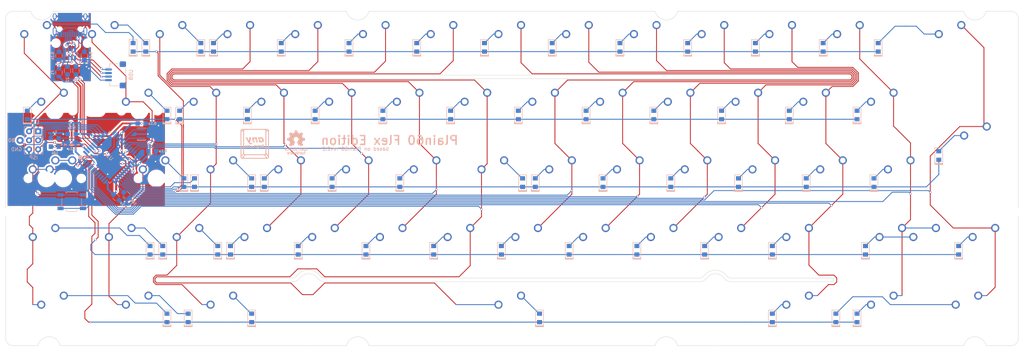
<source format=kicad_pcb>
(kicad_pcb (version 20211014) (generator pcbnew)
  (layers (0 "F.Cu" signal) (31 "B.Cu" signal) (34 "B.Paste" user) (35 "F.Paste" user) (36 "B.SilkS" user "B.Silkscreen") (37 "F.SilkS" user "F.Silkscreen") (38 "B.Mask" user) (39 "F.Mask" user) (44 "Edge.Cuts" user))
  (net 0 "")
  (net 1 "GND")
  (net 2 "VCC")
  (net 3 "row0")
  (net 4 "Net-(D1-Pad2)")
  (net 5 "Net-(D2-Pad2)")
  (net 6 "Net-(D3-Pad2)")
  (net 7 "Net-(D4-Pad2)")
  (net 8 "Net-(D5-Pad2)")
  (net 9 "Net-(D6-Pad2)")
  (net 10 "Net-(D7-Pad2)")
  (net 11 "Net-(D8-Pad2)")
  (net 12 "Net-(D9-Pad2)")
  (net 13 "Net-(D10-Pad2)")
  (net 14 "Net-(D11-Pad2)")
  (net 15 "Net-(D12-Pad2)")
  (net 16 "Net-(D13-Pad2)")
  (net 17 "Net-(D15-Pad2)")
  (net 18 "Net-(D16-Pad2)")
  (net 19 "row1")
  (net 20 "Net-(D17-Pad2)")
  (net 21 "Net-(D18-Pad2)")
  (net 22 "Net-(D19-Pad2)")
  (net 23 "Net-(D20-Pad2)")
  (net 24 "Net-(D21-Pad2)")
  (net 25 "Net-(D22-Pad2)")
  (net 26 "Net-(D23-Pad2)")
  (net 27 "Net-(D24-Pad2)")
  (net 28 "Net-(D25-Pad2)")
  (net 29 "Net-(D26-Pad2)")
  (net 30 "Net-(D27-Pad2)")
  (net 31 "Net-(D28-Pad2)")
  (net 32 "row2")
  (net 33 "Net-(D31-Pad2)")
  (net 34 "Net-(D32-Pad2)")
  (net 35 "Net-(D33-Pad2)")
  (net 36 "Net-(D34-Pad2)")
  (net 37 "Net-(D35-Pad2)")
  (net 38 "Net-(D36-Pad2)")
  (net 39 "Net-(D37-Pad2)")
  (net 40 "Net-(D38-Pad2)")
  (net 41 "Net-(D39-Pad2)")
  (net 42 "Net-(D40-Pad2)")
  (net 43 "Net-(D41-Pad2)")
  (net 44 "Net-(D42-Pad2)")
  (net 45 "Net-(D43-Pad2)")
  (net 46 "Net-(D44-Pad2)")
  (net 47 "row3")
  (net 48 "Net-(D46-Pad2)")
  (net 49 "Net-(D47-Pad2)")
  (net 50 "Net-(D48-Pad2)")
  (net 51 "Net-(D49-Pad2)")
  (net 52 "Net-(D50-Pad2)")
  (net 53 "Net-(D51-Pad2)")
  (net 54 "Net-(D52-Pad2)")
  (net 55 "Net-(D53-Pad2)")
  (net 56 "Net-(D54-Pad2)")
  (net 57 "Net-(D55-Pad2)")
  (net 58 "Net-(D56-Pad2)")
  (net 59 "Net-(D57-Pad2)")
  (net 60 "Net-(D58-Pad2)")
  (net 61 "Net-(D59-Pad2)")
  (net 62 "Net-(D61-Pad2)")
  (net 63 "row4")
  (net 64 "Net-(D62-Pad2)")
  (net 65 "Net-(D63-Pad2)")
  (net 66 "Net-(D67-Pad2)")
  (net 67 "Net-(D72-Pad2)")
  (net 68 "Net-(D73-Pad2)")
  (net 69 "Net-(D74-Pad2)")
  (net 70 "Net-(J1-Pad4)")
  (net 71 "Net-(J1-Pad10)")
  (net 72 "col0")
  (net 73 "col1")
  (net 74 "col2")
  (net 75 "col3")
  (net 76 "col4")
  (net 77 "col5")
  (net 78 "col6")
  (net 79 "col7")
  (net 80 "col8")
  (net 81 "col9")
  (net 82 "col10")
  (net 83 "col11")
  (net 84 "col12")
  (net 85 "col13")
  (net 86 "col14")
  (net 87 "D-")
  (net 88 "D+")
  (net 89 "RST")
  (net 90 "Net-(R6-Pad2)")
  (net 91 "MISO")
  (net 92 "SCK")
  (net 93 "MOSI")
  (net 94 "Net-(H1-Pad1)")
  (net 95 "VBUS")
  (net 96 "Net-(R1-Pad1)")
  (net 97 "Net-(R1-Pad2)")
  (net 98 "Net-(R2-Pad2)")
  (net 99 "Net-(R2-Pad1)")
  (net 100 "Net-(U1-Pad16)")
  (net 101 "Net-(U1-Pad17)")
  (net 102 "Net-(LS1-Pad1)")
  (net 103 "Net-(C1-Pad1)")
  (footprint "Keeb_switches:CHERRY_PLATE_100H" (layer "F.Cu") (at 76.2 28.575)
    (fp_text reference "K19" hide)
    (fp_text value "KEYSW" hide)
  )
  (footprint "Keeb_switches:CHERRY_PLATE_100H" (layer "F.Cu") (at 95.25 28.575)
    (fp_text reference "K20" hide)
    (fp_text value "KEYSW" hide)
  )
  (footprint "Keeb_switches:CHERRY_PLATE_100H" (layer "F.Cu") (at 152.4 28.575)
    (fp_text reference "K23" hide)
    (fp_text value "KEYSW" hide)
  )
  (footprint "Keeb_switches:CHERRY_PLATE_100H" (layer "F.Cu") (at 171.45 28.575)
    (fp_text reference "K24" hide)
    (fp_text value "KEYSW" hide)
  )
  (footprint "Keeb_switches:CHERRY_PLATE_100H" (layer "F.Cu") (at 38.1 28.575)
    (fp_text reference "K17" hide)
    (fp_text value "KEYSW" hide)
  )
  (footprint "Keeb_switches:CHERRY_PLATE_100H" (layer "F.Cu") (at 133.35 28.575)
    (fp_text reference "K22" hide)
    (fp_text value "KEYSW" hide)
  )
  (footprint "Keeb_switches:CHERRY_PLATE_100H" (layer "F.Cu") (at 114.3 28.575)
    (fp_text reference "K21" hide)
    (fp_text value "KEYSW" hide)
  )
  (footprint "Keeb_switches:CHERRY_PLATE_100H" (layer "F.Cu") (at 57.15 28.575)
    (fp_text reference "K18" hide)
    (fp_text value "KEYSW" hide)
  )
  (footprint "Keeb_switches:CHERRY_PLATE_150H" (layer "F.Cu") (at 14.2875 28.575)
    (fp_text reference "K16" hide)
    (fp_text value "KEYSW" hide)
  )
  (footprint "Keeb_switches:CHERRY_PCB_200H" (layer "F.Cu") (at 266.7 9.525)
    (fp_text reference "K15" hide)
    (fp_text value "KEYSW" hide)
  )
  (footprint "Keeb_switches:CHERRY_PLATE_100H" (layer "F.Cu") (at 142.875 9.525)
    (fp_text reference "K8" hide)
    (fp_text value "KEYSW" hide)
  )
  (footprint "Keeb_switches:CHERRY_PLATE_100H" (layer "F.Cu") (at 180.975 9.525)
    (fp_text reference "K10" hide)
    (fp_text value "KEYSW" hide)
  )
  (footprint "Keeb_switches:CHERRY_PLATE_100H" (layer "F.Cu") (at 85.725 9.525)
    (fp_text reference "K5" hide)
    (fp_text value "KEYSW" hide)
  )
  (footprint "Keeb_switches:CHERRY_PLATE_100H" (layer "F.Cu") (at 238.125 9.525)
    (fp_text reference "K13" hide)
    (fp_text value "KEYSW" hide)
  )
  (footprint "Keeb_switches:CHERRY_PLATE_100H" (layer "F.Cu") (at 219.075 9.525)
    (fp_text reference "K12" hide)
    (fp_text value "KEYSW" hide)
  )
  (footprint "Keeb_switches:CHERRY_PLATE_100H" (layer "F.Cu") (at 200.025 9.525)
    (fp_text reference "K11" hide)
    (fp_text value "KEYSW" hide)
  )
  (footprint "Keeb_switches:CHERRY_PLATE_100H" (layer "F.Cu") (at 161.925 9.525)
    (fp_text reference "K9" hide)
    (fp_text value "KEYSW" hide)
  )
  (footprint "Keeb_switches:CHERRY_PLATE_100H" (layer "F.Cu") (at 123.825 9.525)
    (fp_text reference "K7" hide)
    (fp_text value "KEYSW" hide)
  )
  (footprint "Keeb_switches:CHERRY_PLATE_100H" (layer "F.Cu") (at 104.775 9.525)
    (fp_text reference "K6" hide)
    (fp_text value "KEYSW" hide)
  )
  (footprint "Keeb_switches:CHERRY_PLATE_100H" (layer "F.Cu") (at 66.675 9.525)
    (fp_text reference "K4" hide)
    (fp_text value "KEYSW" hide)
  )
  (footprint "Keeb_switches:CHERRY_PLATE_100H" (layer "F.Cu") (at 28.575 9.525)
    (fp_text reference "K2" hide)
    (fp_text value "KEYSW" hide)
  )
  (footprint "Keeb_switches:CHERRY_PLATE_100H" (layer "F.Cu") (at 9.525 9.525)
    (fp_text reference "K1" hide)
    (fp_text value "KEYSW" hide)
  )
  (footprint "Keeb_switches:CHERRY_PLATE_100H" (layer "F.Cu") (at 47.625 9.525)
    (fp_text reference "K3" hide)
    (fp_text value "KEYSW" hide)
  )
  (footprint "Keeb_switches:CHERRY_PLATE_100H" (layer "F.Cu") (at 38.1 85.725)
    (fp_text reference "K62-1" hide)
    (fp_text value "KEYSW" hide)
  )
  (footprint "Keeb_switches:CHERRY_PLATE_100H" (layer "F.Cu") (at 147.6375 66.675)
    (fp_text reference "K53" hide)
    (fp_text value "KEYSW" hide)
  )
  (footprint "Keeb_switches:CHERRY_PLATE_175H" (layer "F.Cu") (at 250.03146 66.675056)
    (fp_text reference "K58-1" hide)
    (fp_text value "KEYSW" hide)
  )
  (footprint "Keeb_switches:CHERRY_PLATE_125H" (layer "F.Cu") (at 11.90625 47.625)
    (fp_text reference "K31-1" hide)
    (fp_text value "KEYSW" hide)
  )
  (footprint "Keeb_switches:CHERRY_PLATE_100H" (layer "F.Cu") (at 223.8375 66.675)
    (fp_text reference "K57" hide)
    (fp_text value "KEYSW" hide)
  )
  (footprint "Keeb_switches:CHERRY_PLATE_100H" (layer "F.Cu") (at 166.6875 66.675)
    (fp_text reference "K54" hide)
    (fp_text value "KEYSW" hide)
  )
  (footprint "Keeb_switches:CHERRY_PLATE_100H" (layer "F.Cu") (at 204.7875 66.675)
    (fp_text reference "K56" hide)
    (fp_text value "KEYSW" hide)
  )
  (footprint "Keeb_switches:CHERRY_PLATE_100H" (layer "F.Cu") (at 128.5875 66.675)
    (fp_text reference "K52" hide)
    (fp_text value "KEYSW" hide)
  )
  (footprint "Keeb_switches:CHERRY_PLATE_100H" (layer "F.Cu") (at 185.7375 66.675)
    (fp_text reference "K55" hide)
    (fp_text value "KEYSW" hide)
  )
  (footprint "Keeb_switches:CHERRY_PLATE_150H" (layer "F.Cu") (at 14.2875 85.725)
    (fp_text reference "K61-1" hide)
    (fp_text value "KEYSW" hide)
  )
  (footprint "Keeb_switches:CHERRY_PLATE_125H" (layer "F.Cu") (at 11.90625 66.675)
    (fp_text reference "K46-1" hide)
    (fp_text value "KEYSW" hide)
  )
  (footprint "Keeb_switches:CHERRY_PLATE_100H" (layer "F.Cu") (at 247.65 28.575)
    (fp_text reference "K28" hide)
    (fp_text value "KEYSW" hide)
  )
  (footprint "Keeb_switches:CHERRY_PLATE_100H" (layer "F.Cu") (at 52.3875 66.675)
    (fp_text reference "K48" hide)
    (fp_text value "KEYSW" hide)
  )
  (footprint "Keeb_switches:CHERRY_PLATE_100H" (layer "F.Cu") (at 190.5 28.575)
    (fp_text reference "K25" hide)
    (fp_text value "KEYSW" hide)
  )
  (footprint "Keeb_switches:CHERRY_PLATE_100H" (layer "F.Cu") (at 119.0625 47.625)
    (fp_text reference "K36" hide)
    (fp_text value "KEYSW" hide)
  )
  (footprint "Keeb_switches:CHERRY_PLATE_100H" (layer "F.Cu") (at 61.9125 47.625)
    (fp_text reference "K33" hide)
    (fp_text value "KEYSW" hide)
  )
  (footprint "Keeb_switches:CHERRY_PLATE_100H" (layer "F.Cu") (at 276.225 66.675)
    (fp_text reference "K59" hide)
    (fp_text value "KEYSW" hide)
  )
  (footprint "Keeb_switches:CHERRY_PLATE_100H" (layer "F.Cu") (at 176.2125 47.625)
    (fp_text reference "K39" hide)
    (fp_text value "KEYSW" hide)
  )
  (footprint "Keeb_switches:CHERRY_PLATE_100H" (layer "F.Cu") (at 228.6 28.575)
    (fp_text reference "K27" hide)
    (fp_text value "KEYSW" hide)
  )
  (footprint "Keeb_switches:CHERRY_PLATE_150H" (layer "F.Cu") (at 61.9125 85.725)
    (fp_text reference "K63-1" hide)
    (fp_text value "KEYSW" hide)
  )
  (footprint "Keeb_switches:CHERRY_PLATE_100H" (layer "F.Cu") (at 90.4875 66.675)
    (fp_text reference "K50" hide)
    (fp_text value "KEYSW" hide)
  )
  (footprint "Keeb_switches:CHERRY_PLATE_100H" (layer "F.Cu") (at 80.9625 47.625)
    (fp_text reference "K34" hide)
    (fp_text value "KEYSW" hide)
  )
  (footprint "Keeb_switches:CHERRY_PLATE_100H" (layer "F.Cu") (at 33.3375 66.675)
    (fp_text reference "K47" hide)
    (fp_text value "KEYSW" hide)
  )
  (footprint "Keeb_switches:CHERRY_PLATE_100H" (layer "F.Cu") (at 252.4125 47.625)
    (fp_text reference "K43" hide)
    (fp_text value "KEYSW" hide)
  )
  (footprint "Keeb_switches:CHERRY_PLATE_100H" (layer "F.Cu") (at 157.1625 47.625)
    (fp_text reference "K38" hide)
    (fp_text value "KEYSW" hide)
  )
  (footprint "Keeb_switches:CHERRY_PLATE_100H" (layer "F.Cu") (at 100.0125 47.625)
    (fp_text reference "K35" hide)
    (fp_text value "KEYSW" hide)
  )
  (footprint "Keeb_switches:CHERRY_PLATE_100H" (layer "F.Cu") (at 42.8625 47.625)
    (fp_text reference "K32" hide)
    (fp_text value "KEYSW" hide)
  )
  (footprint "Keeb_switches:CHERRY_PLATE_100H" (layer "F.Cu") (at 195.2625 47.625)
    (fp_text reference "K40" hide)
    (fp_text value "KEYSW" hide)
  )
  (footprint "Keeb_switches:CHERRY_PLATE_100H" (layer "F.Cu") (at 233.3625 47.625)
    (fp_text reference "K42" hide)
    (fp_text value "KEYSW" hide)
  )
  (footprint "Keeb_switches:CHERRY_PLATE_100H" (layer "F.Cu") (at 214.3125 47.625)
    (fp_text reference "K41" hide)
    (fp_text value "KEYSW" hide)
  )
  (footprint "Keeb_switches:CHERRY_PLATE_100H" (layer "F.Cu") (at 209.55 28.575)
    (fp_text reference "K26" hide)
    (fp_text value "KEYSW" hide)
  )
  (footprint "Keeb_switches:CHERRY_PLATE_100H" (layer "F.Cu") (at 138.1125 47.625)
    (fp_text reference "K37" hide)
    (fp_text value "KEYSW" hide)
  )
  (footprint "Keeb_switches:CHERRY_PLATE_175H" (layer "F.Cu") (at 16.66875 47.625)
    (fp_text reference "K31" hide)
    (fp_text value "KEYSW" hide)
  )
  (footprint "Keeb_switches:CHERRY_PLATE_100H" (layer "F.Cu") (at 109.5375 66.675)
    (fp_text reference "K51" hide)
    (fp_text value "KEYSW" hide)
  )
  (footprint "Keeb_switches:CHERRY_PLATE_100H" (layer "F.Cu") (at 247.65 85.725)
    (fp_text reference "K73-1" hide)
    (fp_text value "KEYSW" hide)
  )
  (footprint "Keeb_switches:CHERRY_PLATE_100H" (layer "F.Cu") (at 71.4375 66.675)
    (fp_text reference "K49" hide)
    (fp_text value "KEYSW" hide)
  )
  (footprint "Keeb_switches:CHERRY_PLATE_150H" (layer "F.Cu") (at 223.8375 85.725)
    (fp_text reference "K72-1" hide)
    (fp_text value "KEYSW" hide)
  )
  (footprint "Keeb_switches:CHERRY_PLATE_150H" (layer "F.Cu") (at 271.462728 85.725072)
    (fp_text reference "K74-1" hide)
    (fp_text value "KEYSW" hide)
  )
  (footprint "footprints:10x5_7x2.5mm" (layer "F.Cu") (at 2.381252 57.125)
    (fp_text reference "S4" hide)
    (fp_text value "Screw")
  )
  (footprint "footprints:10x5_7x2.5mm" (layer "F.Cu") (at 283.368988 57.125)
    (fp_text reference "S5" hide)
    (fp_text value "Screw")
  )
  (footprint "Keeb_switches:CHERRY_PCB_275H" (layer "F.Cu") (at 259.556468 66.675)
    (fp_text reference "K58" hide)
    (fp_text value "KEYSW" hide)
  )
  (footprint "footprints:5.5_5x2.5mm" (layer "F.Cu") (at 26.625 85.725072)
    (fp_text reference "S8" hide)
    (fp_text value "Tofu screw")
  )
  (footprint "footprints:5.5_5x2.5mm" (layer "F.Cu") (at 142.875 37.75)
    (fp_text reference "S7" hide)
    (fp_text value "Tofu screw")
  )
  (footprint "footprints:5.5_5x2.5mm" (layer "F.Cu") (at 260.43 85.725072)
    (fp_text reference "S9" hide)
    (fp_text value "Tofu screw")
  )
  (footprint "footprints:5.5_5x2.5mm" (layer "F.Cu") (at 260.425 28.22705)
    (fp_text reference "S2" hide)
    (fp_text value "Screw")
  )
  (footprint "footprints:5.5_5x2.5mm" (layer "F.Cu") (at 25.6 28.575024)
    (fp_text reference "S1" hide)
    (fp_text value "Screw")
  )
  (footprint "footprints:5.5_5x2.5mm" (layer "F.Cu") (at 128.587608 47.42504)
    (fp_text reference "S3" hide)
    (fp_text value "Screw")
  )
  (footprint "footprints:5.5_5x2.5mm" (layer "F.Cu") (at 190.50016 85.525)
    (fp_text reference "S6" hide)
    (fp_text value "Screw")
  )
  (footprint "Keeb_switches:CHERRY_PCB_700H_F" (layer "F.Cu") (at 142.875 85.725)
    (fp_text reference "K67-1" hide)
    (fp_text value "KEYSW" hide)
  )
  (footprint "Keeb_switches:CHERRY_PCB_200H_V" (layer "F.Cu") (at 273.84398 38.1)
    (fp_text reference "K44-1" hide)
    (fp_text value "KEYSW" hide)
  )
  (footprint "Keeb_components:D_0805" (layer "B.Cu") (at 239.911139 86.915698 90)
    (fp_text reference "D73")
    (fp_text value "D" hide)
  )
  (footprint "Keeb_components:D_0805" (layer "B.Cu") (at 216.098619 86.915698 90)
    (fp_text reference "D72")
    (fp_text value "D" hide)
  )
  (footprint "Keeb_components:D_0805" (layer "B.Cu") (at 150.614189 86.915698 90)
    (fp_text reference "D67")
    (fp_text value "D" hide)
  )
  (footprint "Keeb_components:D_0805" (layer "B.Cu") (at 69.651621 86.915698 90)
    (fp_text reference "D63")
    (fp_text value "D" hide)
  )
  (footprint "Keeb_components:D_0805" (layer "B.Cu") (at 268.486163 67.865682 90)
    (fp_text reference "D59")
    (fp_text value "D" hide)
  )
  (footprint "Keeb_components:D_0805" (layer "B.Cu") (at 242.292391 67.865682 90)
    (fp_text reference "D58")
    (fp_text value "D" hide)
  )
  (footprint "Keeb_components:D_0805" (layer "B.Cu") (at 216.098619 67.865682 90)
    (fp_text reference "D57")
    (fp_text value "D" hide)
  )
  (footprint "Keeb_components:D_0805" (layer "B.Cu") (at 197.048603 67.865682 90)
    (fp_text reference "D56")
    (fp_text value "D" hide)
  )
  (footprint "Keeb_components:D_0805" (layer "B.Cu") (at 139.898555 67.865682 90)
    (fp_text reference "D53")
    (fp_text value "D" hide)
  )
  (footprint "Keeb_components:D_0805" (layer "B.Cu") (at 101.798523 67.865682 90)
    (fp_text reference "D51")
    (fp_text value "D" hide)
  )
  (footprint "Keeb_components:D_0805" (layer "B.Cu") (at 82.748507 67.865682 90)
    (fp_text reference "D50")
    (fp_text value "D" hide)
  )
  (footprint "Keeb_components:D_0805" (layer "B.Cu") (at 220.861123 29.76565 90)
    (fp_text reference "D27")
    (fp_text value "D" hide)
  )
  (footprint "Keeb_components:D_0805" (layer "B.Cu") (at 225.623627 48.815666 90)
    (fp_text reference "D42")
    (fp_text value "D" hide)
  )
  (footprint "Keeb_components:D_0805" (layer "B.Cu") (at 49.410979 29.76565 90)
    (fp_text reference "D18")
    (fp_text value "D" hide)
  )
  (footprint "Keeb_components:D_0805" (layer "B.Cu") (at 182.761091 29.76565 90)
    (fp_text reference "D25")
    (fp_text value "D" hide)
  )
  (footprint "Keeb_components:D_0805" (layer "B.Cu") (at 206.573611 48.815666 90)
    (fp_text reference "D41")
    (fp_text value "D" hide)
  )
  (footprint "Keeb_components:D_0805" (layer "B.Cu") (at 111.323531 48.815666 90)
    (fp_text reference "D36")
    (fp_text value "D" hide)
  )
  (footprint "Keeb_components:D_0805" (layer "B.Cu") (at 53.57817 48.815666 90)
    (fp_text reference "D31")
    (fp_text value "D" hide)
  )
  (footprint "Keeb_components:D_0805" (layer "B.Cu") (at 187.523595 48.815666 90)
    (fp_text reference "D40")
    (fp_text value "D" hide)
  )
  (footprint "Keeb_components:D_0805" (layer "B.Cu") (at 145.851685 48.815666 90)
    (fp_text reference "D37")
    (fp_text value "D" hide)
  )
  (footprint "Keeb_components:D_0805" (layer "B.Cu") (at 50.601605 48.815666 90)
    (fp_text reference "D32")
    (fp_text value "D" hide)
  )
  (footprint "Keeb_components:D_0805" (layer "B.Cu") (at 73.223499 48.815666 90)
    (fp_text reference "D34")
    (fp_text value "D" hide)
  )
  (footprint "Keeb_components:D_0805" (layer "B.Cu") (at 106.561027 29.76565 90)
    (fp_text reference "D21")
    (fp_text value "D" hide)
  )
  (footprint "Keeb_components:D_0805" (layer "B.Cu") (at 201.811107 29.76565 90)
    (fp_text reference "D26")
    (fp_text value "D" hide)
  )
  (footprint "Keeb_components:D_0805" (layer "B.Cu") (at 125.611043 29.76565 90)
    (fp_text reference "D22")
    (fp_text value "D" hide)
  )
  (footprint "Keeb_components:D_0805" (layer "B.Cu") (at 163.711075 29.76565 90)
    (fp_text reference "D24")
    (fp_text value "D" hide)
  )
  (footprint "Keeb_components:D_0805" (layer "B.Cu") (at 244.673643 48.815666 90)
    (fp_text reference "D43")
    (fp_text value "D" hide)
  )
  (footprint "Keeb_components:D_0805" (layer "B.Cu") (at 149.423563 48.815666 90)
    (fp_text reference "D38")
    (fp_text value "D" hide)
  )
  (footprint "Keeb_components:D_0805" (layer "B.Cu") (at 92.273515 48.815666 90)
    (fp_text reference "D35")
    (fp_text value "D" hide)
  )
  (footprint "Keeb_components:D_0805" (layer "B.Cu") (at 60.126613 67.865682 90)
    (fp_text reference "D48")
    (fp_text value "D" hide)
  )
  (footprint "Keeb_components:D_0805" (layer "B.Cu") (at 158.948571 67.865682 90)
    (fp_text reference "D54")
    (fp_text value "D" hide)
  )
  (footprint "Keeb_components:D_0805" (layer "B.Cu") (at 262.899287 41.180061 90)
    (fp_text reference "D44")
    (fp_text value "D" hide)
  )
  (footprint "Keeb_components:D_0805" (layer "B.Cu") (at 51.792231 86.915698 90)
    (fp_text reference "D62")
    (fp_text value "D" hide)
  )
  (footprint "Keeb_components:D_0805" (layer "B.Cu") (at 168.473579 48.815666 90)
    (fp_text reference "D39")
    (fp_text value "D" hide)
  )
  (footprint "Keeb_components:D_0805" (layer "B.Cu") (at 87.511011 29.76565 90)
    (fp_text reference "D20")
    (fp_text value "D" hide)
  )
  (footprint "Keeb_components:D_0805" (layer "B.Cu") (at 239.911139 29.76565 90)
    (fp_text reference "D28")
    (fp_text value "D" hide)
  )
  (footprint "Keeb_components:D_0805" (layer "B.Cu") (at 69.651621 48.815666 90)
    (fp_text reference "D33")
    (fp_text value "D" hide)
  )
  (footprint "Keeb_components:D_0805" (layer "B.Cu") (at 144.661059 29.76565 90)
    (fp_text reference "D23")
    (fp_text value "D" hide)
  )
  (footprint "Keeb_components:D_0805" (layer "B.Cu") (at 177.998587 67.865682 90)
    (fp_text reference "D55")
    (fp_text value "D" hide)
  )
  (footprint "Keeb_components:D_0805" (layer "B.Cu") (at 120.848539 67.865682 90)
    (fp_text reference "D52")
    (fp_text value "D" hide)
  )
  (footprint "Keeb_components:D_0805" (layer "B.Cu") (at 68.460995 29.76565 90)
    (fp_text reference "D19")
    (fp_text value "D" hide)
  )
  (footprint "Keeb_components:ATMEGA32U4" (layer "B.Cu") (at 29.76565 41.67191 -45)
    (fp_text reference "U1")
    (fp_text value "ATmega32U4")
  )
  (footprint "Keeb_components:Resonator_SMD_muRata_CSTNExxV-3Pin-p1.2" (layer "B.Cu") (at 38.695345 35.123467 90)
    (fp_text reference "X1" hide)
    (fp_text value "XTAL_GND")
  )
  (footprint "Button_Switch_SMD:SW_SPST_TL3342" (layer "B.Cu") (at 19.050016 54.173483)
    (fp_text reference "SW1" hide)
    (fp_text value "SW_PUSH" hide)
  )
  (footprint "Keeb_components:R_0805" (layer "B.Cu") (at 34.489688 52.349078 135)
    (fp_text reference "R6" hide)
    (fp_text value "10k")
  )
  (footprint "Keeb_components:D_0805" (layer "B.Cu") (at 173.236083 10.715634 90)
    (fp_text reference "D10")
    (fp_text value "D" hide)
  )
  (footprint "Keeb_components:D_0805" (layer "B.Cu") (at 154.186067 10.715634 90)
    (fp_text reference "D9")
    (fp_text value "D" hide)
  )
  (footprint "Keeb_components:D_0805" (layer "B.Cu") (at 230.386131 10.715634 90)
    (fp_text reference "D13")
    (fp_text value "D" hide)
  )
  (footprint "Keeb_components:D_0805" (layer "B.Cu") (at 192.286099 10.715634 90)
    (fp_text reference "D11")
    (fp_text value "D" hide)
  )
  (footprint "Keeb_components:D_0805" (layer "B.Cu") (at 245.864269 10.715634 90)
    (fp_text reference "D15")
    (fp_text value "D" hide)
  )
  (footprint "Keeb_components:D_0805" (layer "B.Cu") (at 45.839101 29.76565 90)
    (fp_text reference "D17")
    (fp_text value "D" hide)
  )
  (footprint "Keeb_components:D_0805" (layer "B.Cu") (at 6.548443 29.76565 90)
    (fp_text reference "D16")
    (fp_text value "D" hide)
  )
  (footprint "Keeb_components:D_0805" (layer "B.Cu") (at 211.336115 10.715634 90)
    (fp_text reference "D12")
    (fp_text value "D" hide)
  )
  (footprint "Keeb_components:D_0805" (layer "B.Cu") (at 116.086035 10.715634 90)
    (fp_text reference "D7")
    (fp_text value "D" hide)
  )
  (footprint "Keeb_components:D_0805" (layer "B.Cu") (at 55.364109 10.715634 90)
    (fp_text reference "D3")
    (fp_text value "D" hide)
  )
  (footprint "Keeb_components:D_0805" (layer "B.Cu") (at 77.986003 10.715634 90)
    (fp_text reference "D5")
    (fp_text value "D" hide)
  )
  (footprint "Keeb_components:D_0805" (layer "B.Cu") (at 135.136051 10.715634 90)
    (fp_text reference "D8")
    (fp_text value "D" hide)
  )
  (footprint "Keeb_components:D_0805" (layer "B.Cu") (at 97.036019 10.715634 90)
    (fp_text reference "D6")
    (fp_text value "D" hide)
  )
  (footprint "Keeb_components:D_0805" (layer "B.Cu") (at 58.935987 10.715634 90)
    (fp_text reference "D4")
    (fp_text value "D" hide)
  )
  (footprint "footprints:oshw" (layer "B.Cu") (at 82.153194 37.504719 180)
    (fp_text reference "G***" hide)
    (fp_text value "LOGO" hide)
  )
  (footprint "footprints:free_pin" (layer "B.Cu") (at 4.524382 36.909406)
    (fp_text reference "H1" hide)
    (fp_text value "B0")
  )
  (footprint "Keeb_components:D_0805" (layer "B.Cu") (at 233.958009 86.915698 90)
    (fp_text reference "D74")
    (fp_text value "D" hide)
  )
  (footprint "Keeb_components:R_0805" (layer "B.Cu") (at 17.85939 17.264077 90)
    (fp_text reference "R1" hide)
    (fp_text value "22")
  )
  (footprint "Keeb_components:HRO-TYPE-C-31-M-12" (layer "B.Cu") (at 18.568 -0.62)
    (fp_text reference "J1")
    (fp_text value "HRO-TYPE-C-31-M-12")
  )
  (footprint "Keeb_components:D_0805" (layer "B.Cu") (at 63.698491 67.865682 90)
    (fp_text reference "D49")
    (fp_text value "D" hide)
  )
  (footprint "Keeb_components:C_0805" (layer "B.Cu") (at 38.695345 32.146902 180)
    (fp_text reference "C4")
    (fp_text value "0.1u")
  )
  (footprint "Keeb_components:C_0805" (layer "B.Cu") (at 19.050016 37.504719)
    (fp_text reference "C5")
    (fp_text value "0.1u")
  )
  (footprint "Keeb_components:D_0805" (layer "B.Cu") (at 41.076597 67.865682 90)
    (fp_text reference "D46")
    (fp_text value "D" hide)
  )
  (footprint "Keeb_components:R_0805" (layer "B.Cu") (at 15.478138 17.85939 90)
    (fp_text reference "F1")
    (fp_text value "Polyfuse" hide)
  )
  (footprint "Keeb_components:D_0805" (layer "B.Cu") (at 36.314093 10.715634 90)
    (fp_text reference "D1")
    (fp_text value "D" hide)
  )
  (footprint "Keeb_components:D_0805" (layer "B.Cu") (at 44.648475 67.865682 90)
    (fp_text reference "D47")
    (fp_text value "D" hide)
  )
  (footprint "Keeb_components:R_0805" (layer "B.Cu") (at 20.240642 17.264077 -90)
    (fp_text reference "R2" hide)
    (fp_text value "22")
  )
  (footprint "Keeb_components:C_0805" (layer "B.Cu") (at 14.287512 36.314093 180)
    (fp_text reference "C1")
    (fp_text value "1u")
  )
  (footprint "Keeb_components:C_0805" (layer "B.Cu") (at 41.67191 39.885971 180)
    (fp_text reference "C2")
    (fp_text value "0.1u")
  )
  (footprint "Keeb_components:R_0805" (layer "B.Cu") (at 14.287512 38.695345 180)
    (fp_text reference "R5" hide)
    (fp_text value "10k")
  )
  (footprint "Keeb_components:R_0805" (layer "B.Cu") (at 22.621894 13.096886 -90)
    (fp_text reference "R4" hide)
    (fp_text value "5.1k")
  )
  (footprint "Keeb_components:D_0805" (layer "B.Cu") (at 39.885971 10.715634 90)
    (fp_text reference "D2")
    (fp_text value "D" hide)
  )
  (footprint "Keeb_components:D_0805" (layer "B.Cu") (at 45.839101 86.915698 90)
    (fp_text reference "D61")
    (fp_text value "D" hide)
  )
  (footprint "Keeb_components:USBLC6-2SC6" (layer "B.Cu") (at 19.050016 12.501573)
    (fp_text reference "U2" hide)
    (fp_text value "USBLC6-2SC6")
  )
  (footprint "Keeb_components:isp_standard" (layer "B.Cu") (at 8.334382 36.909406 180)
    (fp_text reference "J2" hide)
    (fp_text value "ISP")
  )
  (footprint "Keeb_components:R_0805" (layer "B.Cu") (at 15.478138 13.096886 90)
    (fp_text reference "R3" hide)
    (fp_text value "5.1k")
  )
  (footprint "Keeb_components:logo_new" (layer "B.Cu") (at 70.533862 37.885968 180)
    (fp_text reference "G***" hide)
    (fp_text value "LOGO" hide)
  )
  (footprint "Keeb_components:JST_SH_SM04B-SRSS-TB_1x04-1MP_P1.00mm_Horizontal" (layer "B.Cu") (at 31.551589 18.454703 -90)
    (fp_text reference "J3" hide)
    (fp_text value "ai03_ud" hide)
  )
  (footprint "Keeb_components:C_0805" (layer "B.Cu") (at 19.050016 35.123467)
    (fp_text reference "C6")
    (fp_text value "4.7u")
  )
  (footprint "Keeb_components:C_0805" (layer "B.Cu") (at 31.551589 52.982857 135)
    (fp_text reference "C3")
    (fp_text value "0.1u")
  )
  (gr_arc (start 237.625192 18.550008) (mid 238.12532 19.050136) (end 237.625192 19.550264) (layer "Edge.Cuts") (width 0.1))
  (gr_arc (start 9.525008 94.725008) (mid 12.675008 92.225008) (end 15.825008 94.725008) (layer "Edge.Cuts") (width 0.1))
  (gr_arc (start 48.126422 19.550136) (mid 47.626422 19.050136) (end 48.126422 18.550136) (layer "Edge.Cuts") (width 0.1))
  (gr_arc (start 90.115786 75.700068) (mid 89.439159 75.53879) (end 88.908032 75.089636) (layer "Edge.Cuts") (width 0.1))
  (gr_arc (start 90.115786 76.700063) (mid 88.990155 76.432316) (end 88.105632 75.686426) (layer "Edge.Cuts") (width 0.1))
  (gr_line (start 96.325006 94.725008) (end 15.825008 94.725008) (layer "Edge.Cuts") (width 0.1))
  (gr_arc (start 196.839524 75.093476) (mid 200.055958 73.470061) (end 203.273197 75.091881) (layer "Edge.Cuts") (width 0.1))
  (gr_arc (start 83.281258 75.686427) (mid 82.396688 76.432224) (end 81.271104 76.700062) (layer "Edge.Cuts") (width 0.1))
  (gr_line (start 183.125008 94.725006) (end 102.625008 94.725006) (layer "Edge.Cuts") (width 0.1))
  (gr_arc (start 196.839524 75.093476) (mid 196.309043 75.53974) (end 195.634611 75.700064) (layer "Edge.Cuts") (width 0.1))
  (gr_arc (start 183.125008 94.725006) (mid 186.275009 92.225007) (end 189.425008 94.725008) (layer "Edge.Cuts") (width 0.1))
  (gr_line (start 102.625008 0.525008) (end 183.125008 0.525008) (layer "Edge.Cuts") (width 0.1))
  (gr_arc (start 204.479287 75.700059) (mid 203.803911 75.539412) (end 203.273198 75.091881) (layer "Edge.Cuts") (width 0.1))
  (gr_arc (start 276.225231 0.525009) (mid 273.075034 3.025225) (end 269.924797 0.52506) (layer "Edge.Cuts") (width 0.1))
  (gr_line (start 0.525008 2.525008) (end 0.525008 92.725008) (layer "Edge.Cuts") (width 0.1))
  (gr_arc (start 13.825008 0.525008) (mid 10.675008 3.025008) (end 7.525008 0.525008) (layer "Edge.Cuts") (width 0.1))
  (gr_arc (start 283.225008 0.525007) (mid 284.639222 1.110793) (end 285.225008 2.525007) (layer "Edge.Cuts") (width 0.1))
  (gr_line (start 269.925008 94.725006) (end 189.425008 94.725008) (layer "Edge.Cuts") (width 0.1))
  (gr_line (start 48.126422 19.550136) (end 237.625192 19.550136) (layer "Edge.Cuts") (width 0.1))
  (gr_line (start 43.363195 75.700064) (end 81.271104 75.700063) (layer "Edge.Cuts") (width 0.1))
  (gr_arc (start 269.925008 94.725006) (mid 273.075009 92.225007) (end 276.225008 94.725008) (layer "Edge.Cuts") (width 0.1))
  (gr_arc (start 197.644765 75.686429) (mid 196.760196 76.432226) (end 195.634612 76.700064) (layer "Edge.Cuts") (width 0.1))
  (gr_arc (start 285.225008 92.725008) (mid 284.639222 94.139222) (end 283.225008 94.725008) (layer "Edge.Cuts") (width 0.1))
  (gr_line (start 283.225008 94.725008) (end 276.225008 94.725008) (layer "Edge.Cuts") (width 0.1))
  (gr_line (start 43.363195 76.700064) (end 81.271104 76.700062) (layer "Edge.Cuts") (width 0.1))
  (gr_line (start 195.634611 75.700064) (end 90.115786 75.700069) (layer "Edge.Cuts") (width 0.1))
  (gr_line (start 285.225008 92.725008) (end 285.225008 2.525007) (layer "Edge.Cuts") (width 0.1))
  (gr_arc (start 204.479287 76.700066) (mid 203.353656 76.432319) (end 202.469132 75.686428) (layer "Edge.Cuts") (width 0.1))
  (gr_arc (start 2.525007 94.725007) (mid 1.110794 94.139221) (end 0.525008 92.725008) (layer "Edge.Cuts") (width 0.1))
  (gr_arc (start 96.325006 94.725008) (mid 99.475007 92.225007) (end 102.625008 94.725008) (layer "Edge.Cuts") (width 0.1))
  (gr_line (start 232.862718 75.7) (end 204.479287 75.70006) (layer "Edge.Cuts") (width 0.1))
  (gr_line (start 9.525008 94.725008) (end 2.525007 94.725008) (layer "Edge.Cuts") (width 0.1))
  (gr_arc (start 197.644765 75.686429) (mid 200.056948 74.470064) (end 202.469132 75.686428) (layer "Edge.Cuts") (width 0.1))
  (gr_arc (start 189.425008 0.52501) (mid 186.275007 3.025009) (end 183.125008 0.525008) (layer "Edge.Cuts") (width 0.1))
  (gr_arc (start 82.277196 75.091882) (mid 81.846454 75.515583) (end 81.271104 75.700063) (layer "Edge.Cuts") (width 0.1))
  (gr_arc (start 232.862718 75.7) (mid 233.362718 76.2) (end 232.862718 76.7) (layer "Edge.Cuts") (width 0.1))
  (gr_arc (start 83.281258 75.686427) (mid 85.693444 74.470062) (end 88.105631 75.686427) (layer "Edge.Cuts") (width 0.1))
  (gr_line (start 189.425008 0.52501) (end 269.924797 0.525059) (layer "Edge.Cuts") (width 0.1))
  (gr_line (start 276.225231 0.525009) (end 283.225008 0.52501) (layer "Edge.Cuts") (width 0.1))
  (gr_arc (start 0.525008 2.525008) (mid 1.110794 1.110794) (end 2.525008 0.525008) (layer "Edge.Cuts") (width 0.1))
  (gr_line (start 237.625192 18.550008) (end 48.126422 18.550136) (layer "Edge.Cuts") (width 0.1))
  (gr_arc (start 82.277196 75.091882) (mid 85.592048 73.419679) (end 88.908032 75.089636) (layer "Edge.Cuts") (width 0.1))
  (gr_arc (start 102.625008 0.525008) (mid 99.475008 3.025008) (end 96.325008 0.525008) (layer "Edge.Cuts") (width 0.1))
  (gr_line (start 232.862718 76.7) (end 204.479287 76.700066) (layer "Edge.Cuts") (width 0.1))
  (gr_arc (start 43.363195 76.700064) (mid 42.863195 76.200064) (end 43.363195 75.700064) (layer "Edge.Cuts") (width 0.1))
  (gr_line (start 90.115786 76.700064) (end 195.634612 76.700064) (layer "Edge.Cuts") (width 0.1))
  (gr_line (start 2.525008 0.525008) (end 7.525008 0.525008) (layer "Edge.Cuts") (width 0.1))
  (gr_line (start 13.825008 0.525008) (end 96.325008 0.525008) (layer "Edge.Cuts") (width 0.1))
  (gr_text "based on Plain60 rev2.2" (at 98.821958 39.290658) (layer "B.SilkS") (effects (font (size 1 1)) (justify mirror)))
  (gr_text "UDB" (at 35.71878 18.454703 90) (layer "B.SilkS") (effects (font (size 1 1)) (justify mirror)))
  (gr_text "GND" (at 5.159382 39.449406) (layer "B.SilkS") (effects (font (size 1 1)) (justify left mirror)))
  (gr_text "Plain60 Flex Edition" (at 127.992295 36.909406) (layer "B.SilkS") (effects (font (size 2.5 2.5) (thickness 0.4)) (justify left mirror)))
  (segment (start 14.678135 15.478138) (end 14.678135 15.868761) (width 0.25) (layer "F.Cu") (net 1))
  (segment (start 19.050016 10.150008) (end 18.48439 10.715634) (width 0.25) (layer "F.Cu") (net 1))
  (segment (start 20.835955 29.150024) (end 19.645329 30.34065) (width 0.25) (layer "F.Cu") (net 1))
  (segment (start 20.835955 22.026581) (end 20.835955 29.150024) (width 0.25) (layer "F.Cu") (net 1))
  (segment (start 14.678135 15.868761) (end 20.835955 22.026581) (width 0.25) (layer "F.Cu") (net 1))
  (via (at 40.481284 35.123467) (size 0.6) (drill 0.4) (layers "F.Cu" "B.Cu") (net 1))
  (via (at 32.146902 38.695345) (size 0.6) (drill 0.4) (layers "F.Cu" "B.Cu") (net 1))
  (via (at 19.050016 10.150008) (size 0.6) (drill 0.4) (layers "F.Cu" "B.Cu") (net 1))
  (via (at 14.287512 35.123467) (size 0.6) (drill 0.4) (layers "F.Cu" "B.Cu") (net 1))
  (via (at 19.050016 50.601605) (size 0.6) (drill 0.4) (layers "F.Cu" "B.Cu") (net 1))
  (via (at 16.668764 35.123467) (size 0.6) (drill 0.4) (layers "F.Cu" "B.Cu") (net 1))
  (via (at 27.384398 38.100032) (size 0.6) (drill 0.4) (layers "F.Cu" "B.Cu") (net 1))
  (via (at 17.85939 39.290658) (size 0.6) (drill 0.4) (layers "F.Cu" "B.Cu") (net 1))
  (via (at 29.170337 46.434414) (size 0.6) (drill 0.4) (layers "F.Cu" "B.Cu") (net 1))
  (via (at 25.598459 53.57817) (size 0.6) (drill 0.4) (layers "F.Cu" "B.Cu") (net 1))
  (via (at 33.932841 54.173483) (size 0.6) (drill 0.4) (layers "F.Cu" "B.Cu") (net 1))
  (via (at 19.645329 30.34065) (size 0.6) (drill 0.4) (layers "F.Cu" "B.Cu") (net 1))
  (via (at 16.668764 36.939093) (size 0.6) (drill 0.4) (layers "F.Cu" "B.Cu") (net 1))
  (via (at 42.624414 42.862536) (size 0.6) (drill 0.4) (layers "F.Cu" "B.Cu") (net 1))
  (via (at 14.678135 15.478138) (size 0.6) (drill 0.4) (layers "F.Cu" "B.Cu") (net 1))
  (via (at 23.217207 16.162513) (size 0.6) (drill 0.4) (layers "F.Cu" "B.Cu") (net 1))
  (via (at 43.457849 32.742215) (size 0.6) (drill 0.4) (layers "F.Cu" "B.Cu") (net 1))
  (via (at 37.504719 42.267223) (size 0.6) (drill 0.4) (layers "F.Cu" "B.Cu") (net 1))
  (via (at 22.621894 45.243788) (size 0.6) (drill 0.4) (layers "F.Cu" "B.Cu") (net 1))
  (via (at 23.81252 16.668764) (size 0.6) (drill 0.4) (layers "F.Cu" "B.Cu") (net 1))
  (segment (start 17.950016 39.200032) (end 17.85939 39.290658) (width 0.25) (layer "B.Cu") (net 1))
  (segment (start 23.103146 56.073483) (end 25.598459 53.57817) (width 0.25) (layer "B.Cu") (net 1))
  (segment (start 35.267505 53.126895) (end 34.979429 53.126895) (width 0.25) (layer "B.Cu") (net 1))
  (segment (start 25.169456 38.207087) (end 25.657714 38.695345) (width 0.25) (layer "B.Cu") (net 1))
  (segment (start 22.200016 56.073483) (end 23.103146 56.073483) (width 0.25) (layer "B.Cu") (net 1))
  (segment (start 38.695345 35.123467) (end 40.481284 35.123467) (width 0.25) (layer "B.Cu") (net 1))
  (segment (start 13.187512 36.314093) (end 13.187512 36.223467) (width 0.25) (layer "B.Cu") (net 1))
  (segment (start 32.664788 36.51003) (end 32.146902 37.027916) (width 0.25) (layer "B.Cu") (net 1))
  (segment (start 23.217207 16.162513) (end 23.306269 16.162513) (width 0.25) (layer "B.Cu") (net 1))
  (segment (start 17.23439 37.504719) (end 16.668764 36.939093) (width 0.25) (layer "B.Cu") (net 1))
  (segment (start 36.624586 42.873992) (end 36.140477 42.389883) (width 0.25) (layer "B.Cu") (net 1))
  (segment (start 17.950016 37.504719) (end 17.23439 37.504719) (width 0.25) (layer "B.Cu") (net 1))
  (segment (start 36.89795 42.873992) (end 37.504719 42.267223) (width 0.25) (layer "B.Cu") (net 1))
  (segment (start 34.979429 53.126895) (end 33.932841 54.173483) (width 0.25) (layer "B.Cu") (net 1))
  (segment (start 36.624586 42.873992) (end 36.89795 42.873992) (width 0.25) (layer "B.Cu") (net 1))
  (segment (start 17.950016 35.123467) (end 16.668764 35.123467) (width 0.25) (layer "B.Cu") (net 1))
  (segment (start 26.793235 38.691195) (end 27.384398 38.100032) (width 0.25) (layer "B.Cu") (net 1))
  (segment (start 17.950016 37.504719) (end 17.950016 39.200032) (width 0.25) (layer "B.Cu") (net 1))
  (segment (start 23.4724 43.439677) (end 22.621894 44.290183) (width 0.25) (layer "B.Cu") (net 1))
  (segment (start 22.621894 44.290183) (end 22.621894 45.243788) (width 0.25) (layer "B.Cu") (net 1))
  (segment (start 19.050016 11.351573) (end 19.050016 10.150008) (width 0.25) (layer "B.Cu") (net 1))
  (segment (start 25.653564 38.691195) (end 26.793235 38.691195) (width 0.25) (layer "B.Cu") (net 1))
  (segment (start 14.678135 14.684389) (end 14.678135 15.478138) (width 0.25) (layer "B.Cu") (net 1))
  (segment (start 29.170337 46.792706) (end 29.170337 46.434414) (width 0.25) (layer "B.Cu") (net 1))
  (segment (start 25.169456 38.207087) (end 25.653564 38.691195) (width 0.25) (layer "B.Cu") (net 1))
  (segment (start 23.306269 16.162513) (end 23.81252 16.668764) (width 0.25) (layer "B.Cu") (net 1))
  (segment (start 27.997883 47.96516) (end 29.170337 46.792706) (width 0.25) (layer "B.Cu") (net 1))
  (segment (start 13.187512 36.223467) (end 14.287512 35.123467) (width 0.25) (layer "B.Cu") (net 1))
  (segment (start 15.478138 13.884386) (end 14.678135 14.684389) (width 0.25) (layer "B.Cu") (net 1))
  (segment (start 15.900016 56.073483) (end 22.200016 56.073483) (width 0.25) (layer "B.Cu") (net 1))
  (segment (start 22.085955 55.959422) (end 22.200016 56.073483) (width 0.25) (layer "B.Cu") (net 1))
  (segment (start 27.098459 19.954703) (end 23.81252 16.668764) (width 0.25) (layer "B.Cu") (net 1))
  (segment (start 29.401589 19.954703) (end 27.098459 19.954703) (width 0.25) (layer "B.Cu") (net 1))
  (segment (start 32.146902 37.027916) (end 32.146902 38.695345) (width 0.25) (layer "B.Cu") (net 1))
  (segment (start 14.287512 38.695345) (end 14.4422 38.540657) (width 0.5) (layer "F.Cu") (net 2))
  (segment (start 31.551589 47.982231) (end 35.183552 44.350268) (width 0.5) (layer "F.Cu") (net 2))
  (segment (start 21.546884 35.007851) (end 21.431268 35.123467) (width 0.5) (layer "F.Cu") (net 2))
  (segment (start 21.546884 31.603126) (end 21.546884 29.650034) (width 0.5) (layer "F.Cu") (net 2))
  (segment (start 31.551589 50.006292) (end 31.551589 51.196918) (width 0.5) (layer "F.Cu") (net 2))
  (segment (start 38.695345 32.146902) (end 33.337528 32.146902) (width 0.5) (layer "F.Cu") (net 2))
  (segment (start 31.551589 51.196918) (end 31.551589 47.982231) (width 0.5) (layer "F.Cu") (net 2))
  (segment (start 33.337528 32.146902) (end 32.742215 32.742215) (width 0.5) (layer "F.Cu") (net 2))
  (segment (start 19.050016 37.340647) (end 19.050016 32.096912) (width 0.5) (layer "F.Cu") (net 2))
  (segment (start 19.050016 32.096912) (end 18.881229 31.928125) (width 0.5) (layer "F.Cu") (net 2))
  (segment (start 14.4422 38.540657) (end 22.108914 38.540657) (width 0.5) (layer "F.Cu") (net 2))
  (segment (start 20.796026 21.003974) (end 20.793414 21.003974) (width 0.5) (layer "F.Cu") (net 2))
  (segment (start 20.796026 21.003974) (end 20.136668 20.344616) (width 0.5) (layer "F.Cu") (net 2))
  (segment (start 20.793414 21.003974) (end 20.135603 20.346163) (width 0.5) (layer "F.Cu") (net 2))
  (segment (start 35.183552 44.350268) (end 35.183552 42.564329) (width 0.5) (layer "F.Cu") (net 2))
  (segment (start 29.76565 35.71878) (end 32.742215 32.742215) (width 0.5) (layer "F.Cu") (net 2))
  (segment (start 21.546884 31.603126) (end 21.546884 32.626598) (width 0.5) (layer "F.Cu") (net 2))
  (segment (start 24.943891 35.71878) (end 29.76565 35.71878) (width 0.5) (layer "F.Cu") (net 2))
  (segment (start 21.546884 29.650034) (end 21.546884 21.754832) (width 0.5) (layer "F.Cu") (net 2))
  (segment (start 22.108914 38.540657) (end 22.263602 38.695345) (width 0.5) (layer "F.Cu") (net 2))
  (segment (start 33.128754 34.914693) (end 33.128754 39.677197) (width 0.5) (layer "F.Cu") (net 2))
  (segment (start 21.546884 21.754832) (end 20.796026 21.003974) (width 0.5) (layer "F.Cu") (net 2))
  (segment (start 21.546884 29.650034) (end 21.546884 35.007851) (width 0.5) (layer "F.Cu") (net 2))
  (via (at 33.128754 34.914693) (size 0.6) (drill 0.4) (layers "F.Cu" "B.Cu") (net 2))
  (via (at 19.050016 37.340647) (size 0.6) (drill 0.4) (layers "F.Cu" "B.Cu") (net 2))
  (via (at 33.128754 39.677197) (size 0.6) (drill 0.4) (layers "F.Cu" "B.Cu") (net 2))
  (via (at 31.551589 51.196918) (size 0.6) (drill 0.4) (layers "F.Cu" "B.Cu") (net 2))
  (via (at 14.287512 38.695345) (size 0.6) (drill 0.4) (layers "F.Cu" "B.Cu") (net 2))
  (via (at 20.135603 20.346163) (size 0.6) (drill 0.4) (layers "F.Cu" "B.Cu") (net 2))
  (via (at 21.546884 31.603126) (size 0.6) (drill 0.4) (layers "F.Cu" "B.Cu") (net 2))
  (via (at 38.100032 43.457849) (size 0.6) (drill 0.4) (layers "F.Cu" "B.Cu") (net 2))
  (via (at 35.183552 42.564329) (size 0.6) (drill 0.4) (layers "F.Cu" "B.Cu") (net 2))
  (via (at 22.263602 38.695345) (size 0.6) (drill 0.4) (layers "F.Cu" "B.Cu") (net 2))
  (via (at 18.881229 31.928125) (size 0.6) (drill 0.4) (layers "F.Cu" "B.Cu") (net 2))
  (via (at 24.943891 35.71878) (size 0.6) (drill 0.4) (layers "F.Cu" "B.Cu") (net 2))
  (via (at 21.431268 35.123467) (size 0.6) (drill 0.4) (layers "F.Cu" "B.Cu") (net 2))
  (via (at 38.695345 32.146902) (size 0.6) (drill 0.4) (layers "F.Cu" "B.Cu") (net 2))
  (segment (start 9.455673 31.978115) (end 7.064382 34.369406) (width 0.5) (layer "B.Cu") (net 2))
  (segment (start 12.67036 31.978115) (end 21.171895 31.978115) (width 0.5) (layer "B.Cu") (net 2))
  (segment (start 21.431268 35.123467) (end 24.348578 35.123467) (width 0.5) (layer "B.Cu") (net 2))
  (segment (start 22.263602 38.695345) (end 23.4724 39.904143) (width 0.5) (layer "B.Cu") (net 2))
  (segment (start 39.171597 42.386284) (end 38.100032 43.457849) (width 0.5) (layer "B.Cu") (net 2))
  (segment (start 20.150016 37.504719) (end 19.214088 37.504719) (width 0.5) (layer "B.Cu") (net 2))
  (segment (start 35.896545 32.146902) (end 33.128754 34.914693) (width 0.5) (layer "B.Cu") (net 2))
  (segment (start 15.478138 18.95939) (end 16.2277 19.708952) (width 0.5) (layer "B.Cu") (net 2))
  (segment (start 21.549778 37.981522) (end 21.549779 37.981522) (width 0.5) (layer "B.Cu") (net 2))
  (segment (start 21.549778 37.981522) (end 22.263602 38.695345) (width 0.5) (layer "B.Cu") (net 2))
  (segment (start 33.128754 40.509531) (end 33.128754 39.677197) (width 0.5) (layer "B.Cu") (net 2))
  (segment (start 37.509095 44.048786) (end 38.100032 43.457849) (width 0.5) (layer "B.Cu") (net 2))
  (segment (start 35.183552 42.564329) (end 33.128754 40.509531) (width 0.5) (layer "B.Cu") (net 2))
  (segment (start 30.773772 52.20504) (end 29.170337 50.601605) (width 0.5) (layer "B.Cu") (net 2))
  (segment (start 11.241612 31.978115) (end 12.67036 31.978115) (width 0.5) (layer "B.Cu") (net 2))
  (segment (start 36.0589 43.439677) (end 35.183552 42.564329) (width 0.5) (layer "B.Cu") (net 2))
  (segment (start 31.551589 51.196918) (end 31.551589 51.427223) (width 0.5) (layer "B.Cu") (net 2))
  (segment (start 24.943891 35.71878) (end 26.300827 37.075716) (width 0.5) (layer "B.Cu") (net 2))
  (segment (start 20.432829 35.123467) (end 21.431268 35.123467) (width 0.5) (layer "B.Cu") (net 2))
  (segment (start 37.595345 32.146902) (end 38.695345 32.146902) (width 0.5) (layer "B.Cu") (net 2))
  (segment (start 37.595345 32.146902) (end 35.896545 32.146902) (width 0.5) (layer "B.Cu") (net 2))
  (segment (start 21.072976 37.504719) (end 21.549778 37.981522) (width 0.5) (layer "B.Cu") (net 2))
  (segment (start 32.099102 35.944345) (end 33.128754 34.914693) (width 0.5) (layer "B.Cu") (net 2))
  (segment (start 31.551589 51.427223) (end 30.773772 52.20504) (width 0.5) (layer "B.Cu") (net 2))
  (segment (start 16.2277 19.708952) (end 16.864911 20.346163) (width 0.5) (layer "B.Cu") (net 2))
  (segment (start 19.214088 37.504719) (end 19.050016 37.340647) (width 0.5) (layer "B.Cu") (net 2))
  (segment (start 40.57191 40.985971) (end 39.171597 42.386284) (width 0.5) (layer "B.Cu") (net 2))
  (segment (start 22.906714 42.873992) (end 20.150016 40.117294) (width 0.5) (layer "B.Cu") (net 2))
  (segment (start 29.170337 50.601605) (end 29.170337 49.137615) (width 0.5) (layer "B.Cu") (net 2))
  (segment (start 21.549779 37.981522) (end 21.847435 38.279178) (width 0.5) (layer "B.Cu") (net 2))
  (segment (start 20.432829 37.504719) (end 21.072976 37.504719) (width 0.5) (layer "B.Cu") (net 2))
  (segment (start 11.836925 31.978115) (end 12.67036 31.978115) (width 0.5) (layer "B.Cu") (net 2))
  (segment (start 11.241612 31.978115) (end 9.455673 31.978115) (width 0.5) (layer "B.Cu") (net 2))
  (segment (start 36.668009 44.048786) (end 37.509095 44.048786) (width 0.5) (layer "B.Cu") (net 2))
  (segment (start 36.0589 43.439677) (end 36.668009 44.048786) (width 0.5) (layer "B.Cu") (net 2))
  (segment (start 40.57191 39.885971) (end 40.57191 40.985971) (width 0.5) (layer "B.Cu") (net 2))
  (segment (start 29.170337 49.137615) (end 28.563568 48.530846) (width 0.5) (layer "B.Cu") (net 2))
  (segment (start 16.864911 20.346163) (end 20.135603 20.346163) (width 0.5) (layer "B.Cu") (net 2))
  (segment (start 33.337528 40.718305) (end 36.0589 43.439677) (width 0.5) (layer "B.Cu") (net 2))
  (segment (start 21.171895 31.978115) (end 21.546884 31.603126) (width 0.5) (layer "B.Cu") (net 2))
  (segment (start 24.348578 35.123467) (end 24.943891 35.71878) (width 0.5) (layer "B.Cu") (net 2))
  (segment (start 20.150016 40.117294) (end 20.150016 37.504719) (width 0.5) (layer "B.Cu") (net 2))
  (segment (start 20.432829 35.123467) (end 20.240642 35.123467) (width 0.5) (layer "B.Cu") (net 2))
  (segment (start 13.187512 38.695345) (end 14.287512 38.695345) (width 0.5) (layer "B.Cu") (net 2))
  (segment (start 50.456302 33.192225) (end 50.456302 25.818855) (width 0.25) (layer "F.Cu") (net 3))
  (segment (start 43.36499 12.427462) (end 42.853162 11.915634) (width 0.25) (layer "F.Cu") (net 3))
  (segment (start 50.456302 25.818855) (end 43.36499 18.727543) (width 0.25) (layer "F.Cu") (net 3))
  (segment (start 50.456302 33.192225) (end 50.456302 32.285971) (width 0.25) (layer "F.Cu") (net 3))
  (segment (start 49.115667 51.265667) (end 50.456302 49.925032) (width 0.25) (layer "F.Cu") (net 3))
  (segment (start 50.456302 49.925032) (end 50.456302 33.192225) (width 0.25) (layer "F.Cu") (net 3))
  (segment (start 48.220353 51.265666) (end 49.115667 51.265667) (width 0.25) (layer "F.Cu") (net 3))
  (segment (start 43.36499 18.727543) (end 43.36499 12.427462) (width 0.25) (layer "F.Cu") (net 3))
  (via (at 48.220353 51.265666) (size 0.6) (drill 0.4) (layers "F.Cu" "B.Cu") (net 3))
  (via (at 42.853162 11.915634) (size 0.6) (drill 0.4) (layers "F.Cu" "B.Cu") (net 3))
  (segment (start 33.796159 45.702419) (end 34.832861 46.739121) (width 0.25) (layer "B.Cu") (net 3))
  (segment (start 116.086035 11.915634) (end 135.136051 11.915634) (width 0.25) (layer "B.Cu") (net 3))
  (segment (start 39.885971 11.915634) (end 42.853162 11.915634) (width 0.25) (layer "B.Cu") (net 3))
  (segment (start 77.986003 11.915634) (end 97.036019 11.915634) (width 0.25) (layer "B.Cu") (net 3))
  (segment (start 230.386131 11.915634) (end 245.864269 11.915634) (width 0.25) (layer "B.Cu") (net 3))
  (segment (start 36.314093 11.915634) (end 38.109406 11.915634) (width 0.25) (layer "B.Cu") (net 3))
  (segment (start 97.036019 11.915634) (end 116.086035 11.915634) (width 0.25) (layer "B.Cu") (net 3))
  (segment (start 55.364109 11.915634) (end 58.935987 11.915634) (width 0.25) (layer "B.Cu") (net 3))
  (segment (start 37.554554 51.440657) (end 48.045362 51.440657) (width 0.25) (layer "B.Cu") (net 3))
  (segment (start 42.853162 11.915634) (end 55.364109 11.915634) (width 0.25) (layer "B.Cu") (net 3))
  (segment (start 34.832861 46.739121) (end 34.832861 48.718964) (width 0.25) (layer "B.Cu") (net 3))
  (segment (start 173.236083 11.915634) (end 192.286099 11.915634) (width 0.25) (layer "B.Cu") (net 3))
  (segment (start 192.286099 11.915634) (end 211.336115 11.915634) (width 0.25) (layer "B.Cu") (net 3))
  (segment (start 34.832861 48.718964) (end 37.554554 51.440657) (width 0.25) (layer "B.Cu") (net 3))
  (segment (start 58.935987 11.915634) (end 77.986003 11.915634) (width 0.25) (layer "B.Cu") (net 3))
  (segment (start 211.336115 11.915634) (end 230.386131 11.915634) (width 0.25) (layer "B.Cu") (net 3))
  (segment (start 154.186067 11.915634) (end 173.236083 11.915634) (width 0.25) (layer "B.Cu") (net 3))
  (segment (start 135.136051 11.915634) (end 154.186067 11.915634) (width 0.25) (layer "B.Cu") (net 3))
  (segment (start 38.109406 11.915634) (end 39.885971 11.915634) (width 0.25) (layer "B.Cu") (net 3))
  (segment (start 48.045362 51.440657) (end 48.220353 51.265666) (width 0.25) (layer "B.Cu") (net 3))
  (segment (start 35.123467 6.548443) (end 28.575024 6.548443) (width 0.25) (layer "B.Cu") (net 4))
  (segment (start 12.342809 4.167191) (end 12.065 4.445) (width 0.25) (layer "B.Cu") (net 4))
  (segment (start 26.193772 4.167191) (end 12.342809 4.167191) (width 0.25) (layer "B.Cu") (net 4))
  (segment (start 28.575024 6.548443) (end 26.193772 4.167191) (width 0.25) (layer "B.Cu") (net 4))
  (segment (start 36.314093 7.739069) (end 35.123467 6.548443) (width 0.25) (layer "B.Cu") (net 4))
  (segment (start 36.314093 9.515634) (end 36.314093 7.739069) (width 0.25) (layer "B.Cu") (net 4))
  (segment (start 34.815337 4.445) (end 31.115 4.445) (width 0.25) (layer "B.Cu") (net 5))
  (segment (start 39.885971 9.515634) (end 34.815337 4.445) (width 0.25) (layer "B.Cu") (net 5))
  (segment (start 55.364109 9.515634) (end 55.235634 9.515634) (width 0.25) (layer "B.Cu") (net 6))
  (segment (start 55.235634 9.515634) (end 50.165 4.445) (width 0.25) (layer "B.Cu") (net 6))
  (segment (start 58.935987 9.515634) (end 61.466621 6.985) (width 0.25) (layer "B.Cu") (net 7))
  (segment (start 61.466621 6.985) (end 62.865 6.985) (width 0.25) (layer "B.Cu") (net 7))
  (segment (start 77.986003 9.515634) (end 80.516637 6.985) (width 0.25) (layer "B.Cu") (net 8))
  (segment (start 80.516637 6.985) (end 81.915 6.985) (width 0.25) (layer "B.Cu") (net 8))
  (segment (start 97.036019 9.515634) (end 99.566653 6.985) (width 0.25) (layer "B.Cu") (net 9))
  (segment (start 99.566653 6.985) (end 100.965 6.985) (width 0.25) (layer "B.Cu") (net 9))
  (segment (start 116.086035 9.515634) (end 118.616669 6.985) (width 0.25) (layer "B.Cu") (net 10))
  (segment (start 118.616669 6.985) (end 120.015 6.985) (width 0.25) (layer "B.Cu") (net 10))
  (segment (start 135.136051 9.515634) (end 137.666685 6.985) (width 0.25) (layer "B.Cu") (net 11))
  (segment (start 137.666685 6.985) (end 139.065 6.985) (width 0.25) (layer "B.Cu") (net 11))
  (segment (start 154.186067 9.515634) (end 156.716701 6.985) (width 0.25) (layer "B.Cu") (net 12))
  (segment (start 156.716701 6.985) (end 158.115 6.985) (width 0.25) (layer "B.Cu") (net 12))
  (segment (start 173.236083 9.515634) (end 175.766717 6.985) (width 0.25) (layer "B.Cu") (net 13))
  (segment (start 175.766717 6.985) (end 177.165 6.985) (width 0.25) (layer "B.Cu") (net 13))
  (segment (start 192.286099 9.515634) (end 194.816733 6.985) (width 0.25) (layer "B.Cu") (net 14))
  (segment (start 194.816733 6.985) (end 196.215 6.985) (width 0.25) (layer "B.Cu") (net 14))
  (segment (start 211.336115 9.515634) (end 213.866749 6.985) (width 0.25) (layer "B.Cu") (net 15))
  (segment (start 213.866749 6.985) (end 215.265 6.985) (width 0.25) (layer "B.Cu") (net 15))
  (segment (start 230.386131 9.515634) (end 232.916765 6.985) (width 0.25) (layer "B.Cu") (net 16))
  (segment (start 232.916765 6.985) (end 234.315 6.985) (width 0.25) (layer "B.Cu") (net 16))
  (segment (start 256.579903 4.762504) (end 253.603338 4.762504) (width 0.25) (layer "B.Cu") (net 17))
  (segment (start 262.89 6.985) (end 258.802399 6.985) (width 0.25) (layer "B.Cu") (net 17))
  (segment (start 258.802399 6.985) (end 256.579903 4.762504) (width 0.25) (layer "B.Cu") (net 17))
  (segment (start 250.617399 4.762504) (end 253.603338 4.762504) (width 0.25) (layer "B.Cu") (net 17))
  (segment (start 245.864269 9.515634) (end 250.617399 4.762504) (width 0.25) (layer "B.Cu") (net 17))
  (segment (start 9.079093 26.035) (end 10.4775 26.035) (width 0.25) (layer "B.Cu") (net 18))
  (segment (start 6.548443 28.56565) (end 9.079093 26.035) (width 0.25) (layer "B.Cu") (net 18))
  (segment (start 50.006292 42.862536) (end 50.006292 32.760963) (width 0.25) (layer "F.Cu") (net 19))
  (segment (start 50.006292 32.760963) (end 48.210979 30.96565) (width 0.25) (layer "F.Cu") (net 19))
  (segment (start 50.006292 49.45004) (end 50.006292 42.862536) (width 0.25) (layer "F.Cu") (net 19))
  (segment (start 48.815666 50.640666) (end 50.006292 49.45004) (width 0.25) (layer "F.Cu") (net 19))
  (via (at 48.815666 50.640666) (size 0.6) (drill 0.4) (layers "F.Cu" "B.Cu") (net 19))
  (via (at 48.210979 30.96565) (size 0.6) (drill 0.4) (layers "F.Cu" "B.Cu") (net 19))
  (segment (start 182.761091 30.96565) (end 201.811107 30.96565) (width 0.25) (layer "B.Cu") (net 19))
  (segment (start 47.31412 50.990647) (end 47.664101 50.640666) (width 0.25) (layer "B.Cu") (net 19))
  (segment (start 201.811107 30.96565) (end 220.861123 30.96565) (width 0.25) (layer "B.Cu") (net 19))
  (segment (start 47.664101 50.640666) (end 48.815666 50.640666) (width 0.25) (layer "B.Cu") (net 19))
  (segment (start 37.740954 50.990647) (end 47.31412 50.990647) (width 0.25) (layer "B.Cu") (net 19))
  (segment (start 220.861123 30.96565) (end 236.339261 30.96565) (width 0.25) (layer "B.Cu") (net 19))
  (segment (start 49.410979 30.96565) (end 68.460995 30.96565) (width 0.25) (layer "B.Cu") (net 19))
  (segment (start 34.361844 45.136733) (end 35.282871 46.05776) (width 0.25) (layer "B.Cu") (net 19))
  (segment (start 87.511011 30.96565) (end 106.561027 30.96565) (width 0.25) (layer "B.Cu") (net 19))
  (segment (start 236.339261 30.96565) (end 239.911139 30.96565) (width 0.25) (layer "B.Cu") (net 19))
  (segment (start 48.210979 30.96565) (end 49.410979 30.96565) (width 0.25) (layer "B.Cu") (net 19))
  (segment (start 163.711075 30.96565) (end 182.761091 30.96565) (width 0.25) (layer "B.Cu") (net 19))
  (segment (start 144.661059 30.96565) (end 163.711075 30.96565) (width 0.25) (layer "B.Cu") (net 19))
  (segment (start 125.611043 30.96565) (end 144.661059 30.96565) (width 0.25) (layer "B.Cu") (net 19))
  (segment (start 45.839101 30.96565) (end 48.210979 30.96565) (width 0.25) (layer "B.Cu") (net 19))
  (segment (start 106.561027 30.96565) (end 125.611043 30.96565) (width 0.25) (layer "B.Cu") (net 19))
  (segment (start 68.460995 30.96565) (end 87.511011 30.96565) (width 0.25) (layer "B.Cu") (net 19))
  (segment (start 35.282871 46.05776) (end 35.282871 48.532564) (width 0.25) (layer "B.Cu") (net 19))
  (segment (start 35.282871 48.532564) (end 37.740954 50.990647) (width 0.25) (layer "B.Cu") (net 19))
  (segment (start 6.548443 30.96565) (end 45.839101 30.96565) (width 0.25) (layer "B.Cu") (net 19))
  (segment (start 45.839101 28.56565) (end 45.71065 28.56565) (width 0.25) (layer "B.Cu") (net 20))
  (segment (start 45.71065 28.56565) (end 40.64 23.495) (width 0.25) (layer "B.Cu") (net 20))
  (segment (start 51.941629 26.035) (end 53.34 26.035) (width 0.25) (layer "B.Cu") (net 21))
  (segment (start 49.410979 28.56565) (end 51.941629 26.035) (width 0.25) (layer "B.Cu") (net 21))
  (segment (start 70.991645 26.035) (end 72.39 26.035) (width 0.25) (layer "B.Cu") (net 22))
  (segment (start 68.460995 28.56565) (end 70.991645 26.035) (width 0.25) (layer "B.Cu") (net 22))
  (segment (start 90.041661 26.035) (end 91.44 26.035) (width 0.25) (layer "B.Cu") (net 23))
  (segment (start 87.511011 28.56565) (end 90.041661 26.035) (width 0.25) (layer "B.Cu") (net 23))
  (segment (start 106.561027 28.56565) (end 109.091677 26.035) (width 0.25) (layer "B.Cu") (net 24))
  (segment (start 109.091677 26.035) (end 110.49 26.035) (width 0.25) (layer "B.Cu") (net 24))
  (segment (start 125.611043 28.56565) (end 128.141693 26.035) (width 0.25) (layer "B.Cu") (net 25))
  (segment (start 128.141693 26.035) (end 129.54 26.035) (width 0.25) (layer "B.Cu") (net 25))
  (segment (start 144.661059 28.56565) (end 147.191709 26.035) (width 0.25) (layer "B.Cu") (net 26))
  (segment (start 147.191709 26.035) (end 148.59 26.035) (width 0.25) (layer "B.Cu") (net 26))
  (segment (start 163.711075 28.56565) (end 166.241725 26.035) (width 0.25) (layer "B.Cu") (net 27))
  (segment (start 166.241725 26.035) (end 167.64 26.035) (width 0.25) (layer "B.Cu") (net 27))
  (segment (start 182.761091 28.56565) (end 185.291741 26.035) (width 0.25) (layer "B.Cu") (net 28))
  (segment (start 185.291741 26.035) (end 186.69 26.035) (width 0.25) (layer "B.Cu") (net 28))
  (segment (start 201.811107 28.56565) (end 204.341757 26.035) (width 0.25) (layer "B.Cu") (net 29))
  (segment (start 204.341757 26.035) (end 205.74 26.035) (width 0.25) (layer "B.Cu") (net 29))
  (segment (start 223.391773 26.035) (end 224.79 26.035) (width 0.25) (layer "B.Cu") (net 30))
  (segment (start 220.861123 28.56565) (end 223.391773 26.035) (width 0.25) (layer "B.Cu") (net 30))
  (segment (start 242.441789 26.035) (end 243.84 26.035) (width 0.25) (layer "B.Cu") (net 31))
  (segment (start 239.911139 28.56565) (end 242.441789 26.035) (width 0.25) (layer "B.Cu") (net 31))
  (segment (start 187.523595 50.015666) (end 206.573611 50.015666) (width 0.25) (layer "B.Cu") (net 32))
  (segment (start 145.851685 50.015666) (end 149.423563 50.015666) (width 0.25) (layer "B.Cu") (net 32))
  (segment (start 206.573611 50.015666) (end 225.623627 50.015666) (width 0.25) (layer "B.Cu") (net 32))
  (segment (start 111.323531 50.015666) (end 145.851685 50.015666) (width 0.25) (layer "B.Cu") (net 32))
  (segment (start 262.899287 46.523473) (end 262.899287 42.380061) (width 0.25) (layer "B.Cu") (net 32))
  (segment (start 48.82504 50.015666) (end 50.601605 50.015666) (width 0.25) (layer "B.Cu") (net 32))
  (segment (start 73.223499 50.015666) (end 92.273515 50.015666) (width 0.25) (layer "B.Cu") (net 32))
  (segment (start 259.407094 50.015666) (end 244.673643 50.015666) (width 0.25) (layer "B.Cu") (net 32))
  (segment (start 47.12772 50.540637) (end 47.652691 50.015666) (width 0.25) (layer "B.Cu") (net 32))
  (segment (start 50.601605 50.015666) (end 54.173483 50.015666) (width 0.25) (layer "B.Cu") (net 32))
  (segment (start 35.732881 48.346164) (end 37.927354 50.540637) (width 0.25) (layer "B.Cu") (net 32))
  (segment (start 47.652691 50.015666) (end 48.82504 50.015666) (width 0.25) (layer "B.Cu") (net 32))
  (segment (start 35.732881 45.376399) (end 35.732881 48.346164) (width 0.25) (layer "B.Cu") (net 32))
  (segment (start 37.927354 50.540637) (end 47.12772 50.540637) (width 0.25) (layer "B.Cu") (net 32))
  (segment (start 225.623627 50.015666) (end 244.673643 50.015666) (width 0.25) (layer "B.Cu") (net 32))
  (segment (start 34.92753 44.571048) (end 35.732881 45.376399) (width 0.25) (layer "B.Cu") (net 32))
  (segment (start 92.273515 50.015666) (end 111.323531 50.015666) (width 0.25) (layer "B.Cu") (net 32))
  (segment (start 149.423563 50.015666) (end 168.473579 50.015666) (width 0.25) (layer "B.Cu") (net 32))
  (segment (start 54.173483 50.015666) (end 73.223499 50.015666) (width 0.25) (layer "B.Cu") (net 32))
  (segment (start 259.407094 50.015666) (end 262.899287 46.523473) (width 0.25) (layer "B.Cu") (net 32))
  (segment (start 168.473579 50.015666) (end 187.523595 50.015666) (width 0.25) (layer "B.Cu") (net 32))
  (segment (start 29.026052 41.816195) (end 28.430739 41.816195) (width 0.25) (layer "F.Cu") (net 33))
  (segment (start 36.357881 45.525698) (end 36.357881 42.813656) (width 0.25) (layer "F.Cu") (net 33))
  (segment (start 33.481813 41.816195) (end 32.8865 41.816195) (width 0.25) (layer "F.Cu") (net 33))
  (segment (start 29.026052 41.816195) (end 32.8865 41.816195) (width 0.25) (layer "F.Cu") (net 33))
  (segment (start 35.36042 41.816195) (end 34.74106 41.816195) (width 0.25) (layer "F.Cu") (net 33))
  (segment (start 36.357881 42.813656) (end 35.36042 41.816195) (width 0.25) (layer "F.Cu") (net 33))
  (segment (start 26.338057 41.816195) (end 23.072922 41.816195) (width 0.25) (layer "F.Cu") (net 33))
  (segment (start 23.072922 41.816195) (end 20.776434 44.112683) (width 0.25) (layer "F.Cu") (net 33))
  (segment (start 33.481813 41.816195) (end 34.74106 41.816195) (width 0.25) (layer "F.Cu") (net 33))
  (segment (start 28.430739 41.816195) (end 26.338057 41.816195) (width 0.25) (layer "F.Cu") (net 33))
  (via (at 20.776434 44.112683) (size 0.6) (drill 0.4) (layers "F.Cu" "B.Cu") (net 33))
  (via (at 36.357881 45.525698) (size 0.6) (drill 0.4) (layers "F.Cu" "B.Cu") (net 33))
  (segment (start 38.029419 50.006292) (end 36.357881 48.334754) (width 0.25) (layer "B.Cu") (net 33))
  (segment (start 14.44625 42.545) (end 19.20875 42.545) (width 0.25) (layer "B.Cu") (net 33))
  (segment (start 47.982231 48.815666) (end 46.791605 50.006292) (width 0.25) (layer "B.Cu") (net 33))
  (segment (start 36.357881 47.34313) (end 36.357881 45.525698) (width 0.25) (layer "B.Cu") (net 33))
  (segment (start 53.57817 47.615666) (end 52.37817 48.815666) (width 0.25) (layer "B.Cu") (net 33))
  (segment (start 36.357881 47.34313) (end 36.357881 46.488493) (width 0.25) (layer "B.Cu") (net 33))
  (segment (start 20.776434 44.112683) (end 20.861198 44.197448) (width 0.25) (layer "B.Cu") (net 33))
  (segment (start 52.37817 48.815666) (end 47.982231 48.815666) (width 0.25) (layer "B.Cu") (net 33))
  (segment (start 53.568796 47.615666) (end 53.57817 47.615666) (width 0.25) (layer "B.Cu") (net 33))
  (segment (start 46.791605 50.006292) (end 38.029419 50.006292) (width 0.25) (layer "B.Cu") (net 33))
  (segment (start 36.357881 48.334754) (end 36.357881 47.34313) (width 0.25) (layer "B.Cu") (net 33))
  (segment (start 19.20875 42.545) (end 20.776434 44.112683) (width 0.25) (layer "B.Cu") (net 33))
  (segment (start 50.473166 47.615666) (end 45.4025 42.545) (width 0.25) (layer "B.Cu") (net 34))
  (segment (start 50.601605 47.615666) (end 50.473166 47.615666) (width 0.25) (layer "B.Cu") (net 34))
  (segment (start 69.651621 47.615666) (end 69.523166 47.615666) (width 0.25) (layer "B.Cu") (net 35))
  (segment (start 69.523166 47.615666) (end 64.4525 42.545) (width 0.25) (layer "B.Cu") (net 35))
  (segment (start 75.754165 45.085) (end 77.1525 45.085) (width 0.25) (layer "B.Cu") (net 36))
  (segment (start 73.223499 47.615666) (end 75.754165 45.085) (width 0.25) (layer "B.Cu") (net 36))
  (segment (start 94.804181 45.085) (end 96.2025 45.085) (width 0.25) (layer "B.Cu") (net 37))
  (segment (start 92.273515 47.615666) (end 94.804181 45.085) (width 0.25) (layer "B.Cu") (net 37))
  (segment (start 111.323531 47.615666) (end 113.854197 45.085) (width 0.25) (layer "B.Cu") (net 38))
  (segment (start 113.854197 45.085) (end 115.2525 45.085) (width 0.25) (layer "B.Cu") (net 38))
  (segment (start 145.723166 47.615666) (end 140.6525 42.545) (width 0.25) (layer "B.Cu") (net 39))
  (segment (start 145.851685 47.615666) (end 145.723166 47.615666) (width 0.25) (layer "B.Cu") (net 39))
  (segment (start 149.423563 47.615666) (end 151.954229 45.085) (width 0.25) (layer "B.Cu") (net 40))
  (segment (start 151.954229 45.085) (end 153.3525 45.085) (width 0.25) (layer "B.Cu") (net 40))
  (segment (start 171.004245 45.085) (end 172.4025 45.085) (width 0.25) (layer "B.Cu") (net 41))
  (segment (start 168.473579 47.615666) (end 171.004245 45.085) (width 0.25) (layer "B.Cu") (net 41))
  (segment (start 187.523595 47.615666) (end 190.054261 45.085) (width 0.25) (layer "B.Cu") (net 42))
  (segment (start 190.054261 45.085) (end 191.4525 45.085) (width 0.25) (layer "B.Cu") (net 42))
  (segment (start 206.573611 47.615666) (end 209.104277 45.085) (width 0.25) (layer "B.Cu") (net 43))
  (segment (start 209.104277 45.085) (end 210.5025 45.085) (width 0.25) (layer "B.Cu") (net 43))
  (segment (start 228.154293 45.085) (end 229.5525 45.085) (width 0.25) (layer "B.Cu") (net 44))
  (segment (start 225.623627 47.615666) (end 228.154293 45.085) (width 0.25) (layer "B.Cu") (net 44))
  (segment (start 247.204309 45.085) (end 248.6025 45.085) (width 0.25) (layer "B.Cu") (net 45))
  (segment (start 244.673643 47.615666) (end 247.204309 45.085) (width 0.25) (layer "B.Cu") (net 45))
  (segment (start 262.899287 39.980061) (end 267.319348 35.56) (width 0.25) (layer "B.Cu") (net 46))
  (segment (start 267.319348 35.56) (end 270.03398 35.56) (width 0.25) (layer "B.Cu") (net 46))
  (segment (start 26.498479 59.753813) (end 25.08534 58.340674) (width 0.25) (layer "F.Cu") (net 47))
  (segment (start 27.35471 43.487537) (end 33.30784 43.487537) (width 0.25) (layer "F.Cu") (net 47))
  (segment (start 25.08534 58.340674) (end 24.71254 57.967874) (width 0.25) (layer "F.Cu") (net 47))
  (segment (start 33.30784 43.487537) (end 33.337528 43.457849) (width 0.25) (layer "F.Cu") (net 47))
  (segment (start 24.71254 46.129707) (end 27.35471 43.487537) (width 0.25) (layer "F.Cu") (net 47))
  (segment (start 24.71254 57.967874) (end 24.71254 46.129707) (width 0.25) (layer "F.Cu") (net 47))
  (segment (start 25.780499 64.889117) (end 26.498479 64.171137) (width 0.25) (layer "F.Cu") (net 47))
  (segment (start 26.498479 64.171137) (end 26.498479 59.753813) (width 0.25) (layer "F.Cu") (net 47))
  (via (at 33.337528 43.457849) (size 0.6) (drill 0.4) (layers "F.Cu" "B.Cu") (net 47))
  (via (at 25.780499 64.889117) (size 0.6) (drill 0.4) (layers "F.Cu" "B.Cu") (net 47))
  (segment (start 41.076597 69.065682) (end 44.648475 69.065682) (width 0.25) (layer "B.Cu") (net 47))
  (segment (start 82.748507 69.065682) (end 101.798523 69.065682) (width 0.25) (layer "B.Cu") (net 47))
  (segment (start 41.076597 69.065682) (end 25.607833 69.065682) (width 0.25) (layer "B.Cu") (net 47))
  (segment (start 101.798523 69.065682) (end 120.848539 69.065682) (width 0.25) (layer "B.Cu") (net 47))
  (segment (start 24.407833 66.261783) (end 25.780499 64.889117) (width 0.25) (layer "B.Cu") (net 47))
  (segment (start 216.098619 69.065682) (end 242.292391 69.065682) (width 0.25) (layer "B.Cu") (net 47))
  (segment (start 34.97539 43.487537) (end 35.493215 44.005362) (width 0.25) (layer "B.Cu") (net 47))
  (segment (start 33.367216 43.487537) (end 34.97539 43.487537) (width 0.25) (layer "B.Cu") (net 47))
  (segment (start 24.407833 67.865682) (end 24.407833 66.261783) (width 0.25) (layer "B.Cu") (net 47))
  (segment (start 216.098619 69.065682) (end 197.048603 69.065682) (width 0.25) (layer "B.Cu") (net 47))
  (segment (start 63.698491 69.065682) (end 82.748507 69.065682) (width 0.25) (layer "B.Cu") (net 47))
  (segment (start 60.126613 69.065682) (end 63.698491 69.065682) (width 0.25) (layer "B.Cu") (net 47))
  (segment (start 25.607833 69.065682) (end 24.407833 67.865682) (width 0.25) (layer "B.Cu") (net 47))
  (segment (start 33.337528 43.457849) (end 33.367216 43.487537) (width 0.25) (layer "B.Cu") (net 47))
  (segment (start 242.292391 69.065682) (end 268.486163 69.065682) (width 0.25) (layer "B.Cu") (net 47))
  (segment (start 139.898555 69.065682) (end 158.948571 69.065682) (width 0.25) (layer "B.Cu") (net 47))
  (segment (start 120.848539 69.065682) (end 139.898555 69.065682) (width 0.25) (layer "B.Cu") (net 47))
  (segment (start 158.948571 69.065682) (end 177.998587 69.065682) (width 0.25) (layer "B.Cu") (net 47))
  (segment (start 44.648475 69.065682) (end 60.126613 69.065682) (width 0.25) (layer "B.Cu") (net 47))
  (segment (start 177.998587 69.065682) (end 197.048603 69.065682) (width 0.25) (layer "B.Cu") (net 47))
  (segment (start 35.123467 63.698491) (end 34.641219 63.698491) (width 0.25) (layer "B.Cu") (net 48))
  (segment (start 14.44625 61.595) (end 23.97125 61.595) (width 0.25) (layer "B.Cu") (net 48))
  (segment (start 32.537728 61.595) (end 23.97125 61.595) (width 0.25) (layer "B.Cu") (net 48))
  (segment (start 34.641219 63.698491) (end 32.537728 61.595) (width 0.25) (layer "B.Cu") (net 48))
  (segment (start 38.109406 63.698491) (end 35.123467 63.698491) (width 0.25) (layer "B.Cu") (net 48))
  (segment (start 41.076597 66.665682) (end 38.109406 63.698491) (width 0.25) (layer "B.Cu") (net 48))
  (segment (start 39.577793 61.595) (end 35.8775 61.595) (width 0.25) (layer "B.Cu") (net 49))
  (segment (start 44.648475 66.665682) (end 39.577793 61.595) (width 0.25) (layer "B.Cu") (net 49))
  (segment (start 59.998182 66.665682) (end 54.9275 61.595) (width 0.25) (layer "B.Cu") (net 50))
  (segment (start 60.126613 66.665682) (end 59.998182 66.665682) (width 0.25) (layer "B.Cu") (net 50))
  (segment (start 63.698491 66.665682) (end 66.229173 64.135) (width 0.25) (layer "B.Cu") (net 51))
  (segment (start 66.229173 64.135) (end 67.6275 64.135) (width 0.25) (layer "B.Cu") (net 51))
  (segment (start 82.748507 66.665682) (end 85.279189 64.135) (width 0.25) (layer "B.Cu") (net 52))
  (segment (start 85.279189 64.135) (end 86.6775 64.135) (width 0.25) (layer "B.Cu") (net 52))
  (segment (start 101.798523 66.665682) (end 104.329205 64.135) (width 0.25) (layer "B.Cu") (net 53))
  (segment (start 104.329205 64.135) (end 105.7275 64.135) (width 0.25) (layer "B.Cu") (net 53))
  (segment (start 120.848539 66.665682) (end 123.379221 64.135) (width 0.25) (layer "B.Cu") (net 54))
  (segment (start 123.379221 64.135) (end 124.7775 64.135) (width 0.25) (layer "B.Cu") (net 54))
  (segment (start 142.429237 64.135) (end 143.8275 64.135) (width 0.25) (layer "B.Cu") (net 55))
  (segment (start 139.898555 66.665682) (end 142.429237 64.135) (width 0.25) (layer "B.Cu") (net 55))
  (segment (start 158.948571 66.665682) (end 161.479253 64.135) (width 0.25) (layer "B.Cu") (net 56))
  (segment (start 161.479253 64.135) (end 162.8775 64.135) (width 0.25) (layer "B.Cu") (net 56))
  (segment (start 177.998587 66.665682) (end 180.529269 64.135) (width 0.25) (layer "B.Cu") (net 57))
  (segment (start 180.529269 64.135) (end 181.9275 64.135) (width 0.25) (layer "B.Cu") (net 57))
  (segment (start 197.048603 66.665682) (end 199.579285 64.135) (width 0.25) (layer "B.Cu") (net 58))
  (segment (start 199.579285 64.135) (end 200.9775 64.135) (width 0.25) (layer "B.Cu") (net 58))
  (segment (start 218.629301 64.135) (end 220.0275 64.135) (width 0.25) (layer "B.Cu") (net 59))
  (segment (start 216.098619 66.665682) (end 218.629301 64.135) (width 0.25) (layer "B.Cu") (net 59))
  (segment (start 255.746412 64.135056) (end 255.746468 64.135) (width 0.25) (layer "B.Cu") (net 60))
  (segment (start 244.823017 64.135056) (end 246.22146 64.135056) (width 0.25) (layer "B.Cu") (net 60))
  (segment (start 246.22146 64.135056) (end 255.746412 64.135056) (width 0.25) (layer "B.Cu") (net 60))
  (segment (start 242.292391 66.665682) (end 244.823017 64.135056) (width 0.25) (layer "B.Cu") (net 60))
  (segment (start 268.486163 66.665682) (end 271.016845 64.135) (width 0.25) (layer "B.Cu") (net 61))
  (segment (start 271.016845 64.135) (end 272.415 64.135) (width 0.25) (layer "B.Cu") (net 61))
  (segment (start 45.839101 85.715698) (end 42.87191 82.748507) (width 0.25) (layer "B.Cu") (net 62))
  (segment (start 34.805899 80.645) (end 16.8275 80.645) (width 0.25) (layer "B.Cu") (net 62))
  (segment (start 36.909406 82.748507) (end 34.805899 80.645) (width 0.25) (layer "B.Cu") (net 62))
  (segment (start 42.87191 82.748507) (end 36.909406 82.748507) (width 0.25) (layer "B.Cu") (net 62))
  (segment (start 24.407833 88.106324) (end 23.771402 88.106324) (width 0.25) (layer "F.Cu") (net 63))
  (segment (start 25.598459 60.126613) (end 25.598459 63.103178) (width 0.25) (layer "F.Cu") (net 63))
  (segment (start 24.705489 63.996147) (end 24.705489 83.046165) (width 0.25) (layer "F.Cu") (net 63))
  (segment (start 23.81252 44.955216) (end 25.351828 43.415908) (width 0.25) (layer "F.Cu") (net 63))
  (segment (start 23.81252 45.243788) (end 23.81252 46.434414) (width 0.25) (layer "F.Cu") (net 63))
  (segment (start 23.81252 46.434414) (end 23.81252 58.340675) (width 0.25) (layer "F.Cu") (net 63))
  (segment (start 23.771402 88.106324) (end 22.736491 87.071413) (width 0.25) (layer "F.Cu") (net 63))
  (segment (start 24.705489 83.046165) (end 23.81252 83.939133) (width 0.25) (layer "F.Cu") (net 63))
  (segment (start 22.736491 87.071413) (end 22.736491 85.015162) (width 0.25) (layer "F.Cu") (net 63))
  (segment (start 25.300802 59.828957) (end 25.598459 60.126613) (width 0.25) (layer "F.Cu") (net 63))
  (segment (start 22.736491 85.015162) (end 23.81252 83.939133) (width 0.25) (layer "F.Cu") (net 63))
  (segment (start 23.81252 45.243788) (end 23.81252 44.955216) (width 0.25) (layer "F.Cu") (net 63))
  (segment (start 23.81252 45.184412) (end 23.81252 45.243788) (width 0.25) (layer "F.Cu") (net 63))
  (segment (start 23.81252 58.340675) (end 25.300802 59.828957) (width 0.25) (layer "F.Cu") (net 63))
  (segment (start 25.598459 63.103178) (end 24.705489 63.996147) (width 0.25) (layer "F.Cu") (net 63))
  (via (at 24.407833 88.106324) (size 0.6) (drill 0.4) (layers "F.Cu" "B.Cu") (net 63))
  (via (at 25.351828 43.415908) (size 0.6) (drill 0.4) (layers "F.Cu" "B.Cu") (net 63))
  (segment (start 25.351828 42.914942) (end 22.906714 40.469828) (width 0.25) (layer "B.Cu") (net 63))
  (segment (start 45.829727 88.106324) (end 45.839101 88.115698) (width 0.25) (layer "B.Cu") (net 63))
  (segment (start 69.651621 88.115698) (end 150.614189 88.115698) (width 0.25) (layer "B.Cu") (net 63))
  (segment (start 233.958009 88.115698) (end 239.911139 88.115698) (width 0.25) (layer "B.Cu") (net 63))
  (segment (start 216.098619 88.115698) (end 233.958009 88.115698) (width 0.25) (layer "B.Cu") (net 63))
  (segment (start 45.839101 88.115698) (end 51.792231 88.115698) (width 0.25) (layer "B.Cu") (net 63))
  (segment (start 24.407833 88.106324) (end 45.829727 88.106324) (width 0.25) (layer "B.Cu") (net 63))
  (segment (start 210.145489 88.115698) (end 216.098619 88.115698) (width 0.25) (layer "B.Cu") (net 63))
  (segment (start 25.351828 43.415908) (end 25.351828 42.914942) (width 0.25) (layer "B.Cu") (net 63))
  (segment (start 150.614189 88.115698) (end 210.145489 88.115698) (width 0.25) (layer "B.Cu") (net 63))
  (segment (start 51.792231 88.115698) (end 69.651621 88.115698) (width 0.25) (layer "B.Cu") (net 63))
  (segment (start 48.806292 85.715698) (end 43.735594 80.645) (width 0.25) (layer "B.Cu") (net 64))
  (segment (start 42.544968 80.645) (end 40.64 80.645) (width 0.25) (layer "B.Cu") (net 64))
  (segment (start 43.735594 80.645) (end 42.544968 80.645) (width 0.25) (layer "B.Cu") (net 64))
  (segment (start 51.792231 85.715698) (end 48.806292 85.715698) (width 0.25) (layer "B.Cu") (net 64))
  (segment (start 69.523198 85.715698) (end 64.4525 80.645) (width 0.25) (layer "B.Cu") (net 65))
  (segment (start 69.651621 85.715698) (end 69.523198 85.715698) (width 0.25) (layer "B.Cu") (net 65))
  (segment (start 150.614189 85.715698) (end 150.485698 85.715698) (width 0.25) (layer "B.Cu") (net 66))
  (segment (start 150.485698 85.715698) (end 145.415 80.645) (width 0.25) (layer "B.Cu") (net 66))
  (segment (start 218.629317 83.185) (end 220.0275 83.185) (width 0.25) (layer "B.Cu") (net 67))
  (segment (start 216.098619 85.715698) (end 218.629317 83.185) (width 0.25) (layer "B.Cu") (net 67))
  (segment (start 242.441837 83.185) (end 243.84 83.185) (width 0.25) (layer "B.Cu") (net 68))
  (segment (start 239.911139 85.715698) (end 242.441837 83.185) (width 0.25) (layer "B.Cu") (net 68))
  (segment (start 233.958009 85.715698) (end 238.711139 80.962568) (width 0.25) (layer "B.Cu") (net 69))
  (segment (start 249.277399 83.185072) (end 267.652728 83.185072) (width 0.25) (layer "B.Cu") (net 69))
  (segment (start 247.054895 80.962568) (end 249.277399 83.185072) (width 0.25) (layer "B.Cu") (net 69))
  (segment (start 238.711139 80.962568) (end 247.054895 80.962568) (width 0.25) (layer "B.Cu") (net 69))
  (segment (start 15.478138 11.310947) (end 15.478138 12.309386) (width 0.25) (layer "B.Cu") (net 70))
  (segment (start 15.478138 10.715634) (end 15.478138 11.310947) (width 0.25) (layer "B.Cu") (net 70))
  (segment (start 15.478138 11.996886) (end 15.478138 11.310947) (width 0.25) (layer "B.Cu") (net 70))
  (segment (start 17.318 8.875772) (end 15.478138 10.715634) (width 0.25) (layer "B.Cu") (net 70))
  (segment (start 17.318 7.075) (end 17.318 8.875772) (width 0.25) (layer "B.Cu") (net 70))
  (segment (start 22.621894 11.996886) (end 22.621894 10.715634) (width 0.25) (layer "B.Cu") (net 71))
  (segment (start 22.621894 12.309386) (end 22.621894 10.715634) (width 0.25) (layer "B.Cu") (net 71))
  (segment (start 22.621894 10.715634) (end 20.318 8.41174) (width 0.25) (layer "B.Cu") (net 71))
  (segment (start 20.318 8.41174) (end 20.318 7.075) (width 0.25) (layer "B.Cu") (net 71))
  (segment (start 5.715 6.985) (end 5.715 12.3825) (width 0.25) (layer "F.Cu") (net 72))
  (segment (start 8.429381 31.093453) (end 10.025322 29.497512) (width 0.25) (layer "F.Cu") (net 72))
  (segment (start 6.548443 76.795377) (end 8.09625 78.343184) (width 0.25) (layer "F.Cu") (net 72))
  (segment (start 8.09625 71.675692) (end 6.548443 73.223499) (width 0.25) (layer "F.Cu") (net 72))
  (segment (start 33.022908 41.366185) (end 34.250052 40.139041) (width 0.25) (layer "F.Cu") (net 72))
  (segment (start 16.027834 23.495) (end 16.8275 23.495) (width 0.25) (layer "F.Cu") (net 72))
  (segment (start 8.09625 45.085) (end 8.09625 57.38818) (width 0.25) (layer "F.Cu") (net 72))
  (segment (start 27.673986 41.366185) (end 22.560207 41.366185) (width 0.25) (layer "F.Cu") (net 72))
  (segment (start 8.429381 44.751869) (end 8.429381 31.093453) (width 0.25) (layer "F.Cu") (net 72))
  (segment (start 8.09625 57.38818) (end 7.143756 58.340674) (width 0.25) (layer "F.Cu") (net 72))
  (segment (start 7.143756 60.721926) (end 8.09625 61.67442) (width 0.25) (layer "F.Cu") (net 72))
  (segment (start 22.560207 41.366185) (end 21.842875 42.083517) (width 0.25) (layer "F.Cu") (net 72))
  (segment (start 18.841392 45.085) (end 17.105289 45.085) (width 0.25) (layer "F.Cu") (net 72))
  (segment (start 12.85875 45.085) (end 17.105289 45.085) (width 0.25) (layer "F.Cu") (net 72))
  (segment (start 7.143756 58.340674) (end 7.143756 60.721926) (width 0.25) (layer "F.Cu") (net 72))
  (segment (start 5.715 12.3825) (end 16.8275 23.495) (width 0.25) (layer "F.Cu") (net 72))
  (segment (start 6.548443 73.223499) (end 6.548443 76.795377) (width 0.25) (layer "F.Cu") (net 72))
  (segment (start 29.459925 41.366185) (end 27.673986 41.366185) (width 0.25) (layer "F.Cu") (net 72))
  (segment (start 8.09625 61.67442) (end 8.09625 64.135) (width 0.25) (layer "F.Cu") (net 72))
  (segment (start 10.025322 29.497512) (end 16.027834 23.495) (width 0.25) (layer "F.Cu") (net 72))
  (segment (start 8.09625 45.085) (end 8.429381 44.751869) (width 0.25) (layer "F.Cu") (net 72))
  (segment (start 21.842875 42.083517) (end 18.841392 45.085) (width 0.25) (layer "F.Cu") (net 72))
  (segment (start 8.09625 64.135) (end 8.09625 71.675692) (width 0.25) (layer "F.Cu") (net 72))
  (segment (start 8.09625 78.343184) (end 8.09625 83.185) (width 0.25) (layer "F.Cu") (net 72))
  (segment (start 29.459925 41.366185) (end 33.022908 41.366185) (width 0.25) (layer "F.Cu") (net 72))
  (via (at 34.250052 40.139041) (size 0.6) (drill 0.4) (layers "F.Cu" "B.Cu") (net 72))
  (segment (start 35.493215 39.338458) (end 34.692632 40.139041) (width 0.25) (layer "B.Cu") (net 72))
  (segment (start 34.692632 40.139041) (end 34.250052 40.139041) (width 0.25) (layer "B.Cu") (net 72))
  (segment (start 8.09625 83.185) (end 10.4775 83.185) (width 0.25) (layer "B.Cu") (net 72))
  (segment (start 8.09625 45.085) (end 12.85875 45.085) (width 0.25) (layer "B.Cu") (net 72))
  (segment (start 24.765 9.286862) (end 34.29 18.811862) (width 0.25) (layer "F.Cu") (net 73))
  (segment (start 41.076597 27.979711) (end 39.885971 26.789085) (width 0.25) (layer "F.Cu") (net 73))
  (segment (start 39.131886 26.035) (end 39.885971 26.789085) (width 0.25) (layer "F.Cu") (net 73))
  (segment (start 34.29 18.811862) (end 34.29 26.035) (width 0.25) (layer "F.Cu") (net 73))
  (segment (start 34.29 26.035) (end 39.131886 26.035) (width 0.25) (layer "F.Cu") (net 73))
  (segment (start 29.5275 64.135) (end 29.5275 60.364763) (width 0.25) (layer "F.Cu") (net 73))
  (segment (start 41.076597 37.766342) (end 41.67191 37.171029) (width 0.25) (layer "F.Cu") (net 73))
  (segment (start 24.765 6.985) (end 24.765 9.286862) (width 0.25) (layer "F.Cu") (net 73))
  (segment (start 29.5275 80.80375) (end 31.90875 83.185) (width 0.25) (layer "F.Cu") (net 73))
  (segment (start 41.076597 43.060903) (end 39.0525 45.085) (width 0.25) (layer "F.Cu") (net 73))
  (segment (start 39.0525 50.839763) (end 39.0525 50.24445) (width 0.25) (layer "F.Cu") (net 73))
  (segment (start 29.5275 64.135) (end 29.5275 80.80375) (width 0.25) (layer "F.Cu") (net 73))
  (segment (start 41.076597 37.766342) (end 41.076597 43.060903) (width 0.25) (layer "F.Cu") (net 73))
  (segment (start 41.67191 28.575024) (end 41.076597 27.979711) (width 0.25) (layer "F.Cu") (net 73))
  (segment (start 29.5275 60.364763) (end 39.0525 50.839763) (width 0.25) (layer "F.Cu") (net 73))
  (segment (start 41.67191 37.171029) (end 41.67191 28.575024) (width 0.25) (layer "F.Cu") (net 73))
  (segment (start 39.0525 45.085) (end 39.0525 50.24445) (width 0.25) (layer "F.Cu") (net 73))
  (via (at 41.076597 37.766342) (size 0.6) (drill 0.4) (layers "F.Cu" "B.Cu") (net 73))
  (segment (start 31.90875 83.185) (end 34.29 83.185) (width 0.25) (layer "B.Cu") (net 73))
  (segment (start 34.92753 38.772772) (end 35.75897 37.941332) (width 0.25) (layer "B.Cu") (net 73))
  (segment (start 40.901607 37.941332) (end 41.076597 37.766342) (width 0.25) (layer "B.Cu") (net 73))
  (segment (start 35.75897 37.941332) (end 40.901607 37.941332) (width 0.25) (layer "B.Cu") (net 73))
  (segment (start 42.031979 76.767287) (end 42.789776 77.525084) (width 0.25) (layer "F.Cu") (net 74))
  (segment (start 57.930975 21.735975) (end 59.69 23.495) (width 0.25) (layer "F.Cu") (net 74))
  (segment (start 59.69 23.495) (end 59.69 31.710289) (width 0.25) (layer "F.Cu") (net 74))
  (segment (start 45.839101 74.875044) (end 42.791123 74.875045) (width 0.25) (layer "F.Cu") (net 74))
  (segment (start 59.69 37.941332) (end 59.69 43.4975) (width 0.25) (layer "F.Cu") (net 74))
  (segment (start 42.789776 77.525084) (end 50.061334 77.525084) (width 0.25) (layer "F.Cu") (net 74))
  (segment (start 58.1025 45.085) (end 58.1025 54.61) (width 0.25) (layer "F.Cu") (net 74))
  (segment (start 50.061334 77.525084) (end 55.72125 83.185) (width 0.25) (layer "F.Cu") (net 74))
  (segment (start 58.1025 54.61) (end 48.5775 64.135) (width 0.25) (layer "F.Cu") (net 74))
  (segment (start 43.815 6.985) (end 43.815 18.541143) (width 0.25) (layer "F.Cu") (net 74))
  (segment (start 59.69 31.710289) (end 59.69 37.941332) (width 0.25) (layer "F.Cu") (net 74))
  (segment (start 48.5775 64.135) (end 48.5775 72.136645) (width 0.25) (layer "F.Cu") (net 74))
  (segment (start 42.791123 74.875045) (end 42.031979 75.634189) (width 0.25) (layer "F.Cu") (net 74))
  (segment (start 47.009832 21.735975) (end 57.930975 21.735975) (width 0.25) (layer "F.Cu") (net 74))
  (segment (start 48.5775 72.136645) (end 45.839101 74.875044) (width 0.25) (layer "F.Cu") (net 74))
  (segment (start 43.815 18.541143) (end 47.009832 21.735975) (width 0.25) (layer "F.Cu") (net 74))
  (segment (start 42.031979 75.634189) (end 42.031979 76.767287) (width 0.25) (layer "F.Cu") (net 74))
  (segment (start 59.69 43.4975) (end 58.1025 45.085) (width 0.25) (layer "F.Cu") (net 74))
  (via (at 59.69 37.941332) (size 0.6) (drill 0.4) (layers "F.Cu" "B.Cu") (net 74))
  (segment (start 59.69 37.941332) (end 42.703836 37.941332) (width 0.25) (layer "B.Cu") (net 74))
  (segment (start 35.077609 37.491322) (end 35.57257 37.491322) (width 0.25) (layer "B.Cu") (net 74))
  (segment (start 34.361844 38.207087) (end 35.077609 37.491322) (width 0.25) (layer "B.Cu") (net 74))
  (segment (start 40.481284 36.909406) (end 41.076597 36.909406) (width 0.25) (layer "B.Cu") (net 74))
  (segment (start 41.67191 36.909406) (end 42.703836 37.941332) (width 0.25) (layer "B.Cu") (net 74))
  (segment (start 41.076597 36.909406) (end 41.67191 36.909406) (width 0.25) (layer "B.Cu") (net 74))
  (segment (start 39.899368 37.491322) (end 40.481284 36.909406) (width 0.25) (layer "B.Cu") (net 74))
  (segment (start 55.72125 83.185) (end 58.1025 83.185) (width 0.25) (layer "B.Cu") (net 74))
  (segment (start 35.57257 37.491322) (end 39.899368 37.491322) (width 0.25) (layer "B.Cu") (net 74))
  (segment (start 69.215 14.724133) (end 67.125066 16.814067) (width 0.25) (layer "F.Cu") (net 75))
  (segment (start 78.74 31.988218) (end 78.74 32.900899) (width 0.25) (layer "F.Cu") (net 75))
  (segment (start 78.74 23.495) (end 76.530965 21.285965) (width 0.25) (layer "F.Cu") (net 75))
  (segment (start 69.215 4.445) (end 69.215 14.724133) (width 0.25) (layer "F.Cu") (net 75))
  (segment (start 67.125066 16.814067) (end 47.192579 16.814068) (width 0.25) (layer "F.Cu") (net 75))
  (segment (start 78.74 37.7825) (end 79.117081 38.15958) (width 0.25) (layer "F.Cu") (net 75))
  (segment (start 47.196232 21.285965) (end 46.590318 20.680051) (width 0.25) (layer "F.Cu") (net 75))
  (segment (start 83.5025 42.545) (end 83.5025 52.07) (width 0.25) (layer "F.Cu") (net 75))
  (segment (start 79.117081 38.15958) (end 83.5025 42.545) (width 0.25) (layer "F.Cu") (net 75))
  (segment (start 45.895189 19.984922) (end 46.590318 20.680051) (width 0.25) (layer "F.Cu") (net 75))
  (segment (start 45.895187 18.111462) (end 45.895189 19.984922) (width 0.25) (layer "F.Cu") (net 75))
  (segment (start 76.530965 21.285965) (end 47.196232 21.285965) (width 0.25) (layer "F.Cu") (net 75))
  (segment (start 78.74 23.495) (end 78.74 31.988218) (width 0.25) (layer "F.Cu") (net 75))
  (segment (start 47.192579 16.814068) (end 45.895187 18.111462) (width 0.25) (layer "F.Cu") (net 75))
  (segment (start 83.5025 52.07) (end 73.9775 61.595) (width 0.25) (layer "F.Cu") (net 75))
  (segment (start 78.74 32.900899) (end 78.74 37.7825) (width 0.25) (layer "F.Cu") (net 75))
  (via (at 79.117081 38.15958) (size 0.6) (drill 0.4) (layers "F.Cu" "B.Cu") (net 75))
  (segment (start 36.0589 39.904143) (end 36.790896 39.172148) (width 0.25) (layer "B.Cu") (net 75))
  (segment (start 59.519011 38.695345) (end 59.215008 38.391342) (width 0.25) (layer "B.Cu") (net 75))
  (segment (start 78.581316 38.695345) (end 59.519011 38.695345) (width 0.25) (layer "B.Cu") (net 75))
  (segment (start 37.571702 38.391342) (end 36.790896 39.172148) (width 0.25) (layer "B.Cu") (net 75))
  (segment (start 59.215008 38.391342) (end 37.571702 38.391342) (width 0.25) (layer "B.Cu") (net 75))
  (segment (start 79.117081 38.15958) (end 78.581316 38.695345) (width 0.25) (layer "B.Cu") (net 75))
  (segment (start 97.79 32.583547) (end 97.79 37.7825) (width 0.25) (layer "F.Cu") (net 76))
  (segment (start 46.345198 19.798521) (end 47.382632 20.835955) (width 0.25) (layer "F.Cu") (net 76))
  (segment (start 88.265 14.724149) (end 85.725072 17.264077) (width 0.25) (layer "F.Cu") (net 76))
  (segment (start 47.37898 17.264077) (end 46.345196 18.297861) (width 0.25) (layer "F.Cu") (net 76))
  (segment (start 100.548341 40.54084) (end 102.5525 42.545) (width 0.25) (layer "F.Cu") (net 76))
  (segment (start 85.725072 17.264077) (end 47.37898 17.264077) (width 0.25) (layer "F.Cu") (net 76))
  (segment (start 102.5525 52.07) (end 93.0275 61.595) (width 0.25) (layer "F.Cu") (net 76))
  (segment (start 88.265 4.445) (end 88.265 14.724149) (width 0.25) (layer "F.Cu") (net 76))
  (segment (start 47.382632 20.835955) (end 95.130955 20.835955) (width 0.25) (layer "F.Cu") (net 76))
  (segment (start 102.5525 42.545) (end 102.5525 52.07) (width 0.25) (layer "F.Cu") (net 76))
  (segment (start 97.79 23.495) (end 97.79 32.583547) (width 0.25) (layer "F.Cu") (net 76))
  (segment (start 95.130955 20.835955) (end 97.79 23.495) (width 0.25) (layer "F.Cu") (net 76))
  (segment (start 46.345196 18.297861) (end 46.345198 19.798521) (width 0.25) (layer "F.Cu") (net 76))
  (segment (start 97.79 37.7825) (end 100.548341 40.54084) (width 0.25) (layer "F.Cu") (net 76))
  (via (at 100.548341 40.54084) (size 0.6) (drill 0.4) (layers "F.Cu" "B.Cu") (net 76))
  (segment (start 59.332611 39.145355) (end 99.152856 39.145355) (width 0.25) (layer "B.Cu") (net 76))
  (segment (start 99.152856 39.145355) (end 99.357715 39.350214) (width 0.25) (layer "B.Cu") (net 76))
  (segment (start 36.624586 40.469828) (end 38.253062 38.841352) (width 0.25) (layer "B.Cu") (net 76))
  (segment (start 38.253062 38.841352) (end 59.028608 38.841352) (width 0.25) (layer "B.Cu") (net 76))
  (segment (start 59.028608 38.841352) (end 59.332611 39.145355) (width 0.25) (layer "B.Cu") (net 76))
  (segment (start 99.357715 39.350214) (end 100.548341 40.54084) (width 0.25) (layer "B.Cu") (net 76))
  (segment (start 47.554478 17.724989) (end 46.795206 18.484261) (width 0.25) (layer "F.Cu") (net 77))
  (segment (start 121.6025 42.545) (end 121.6025 50.760253) (width 0.25) (layer "F.Cu") (net 77))
  (segment (start 107.315 4.445) (end 107.315 14.589763) (width 0.25) (layer "F.Cu") (net 77))
  (segment (start 116.84 37.7825) (end 117.81241 38.754909) (width 0.25) (layer "F.Cu") (net 77))
  (segment (start 48.085839 20.375156) (end 113.720156 20.375156) (width 0.25) (layer "F.Cu") (net 77))
  (segment (start 107.315 14.589763) (end 104.179775 17.724988) (width 0.25) (layer "F.Cu") (net 77))
  (segment (start 116.84 23.495) (end 116.84 37.7825) (width 0.25) (layer "F.Cu") (net 77))
  (segment (start 46.795206 18.484261) (end 46.795206 19.284537) (width 0.25) (layer "F.Cu") (net 77))
  (segment (start 121.6025 52.07) (end 112.0775 61.595) (width 0.25) (layer "F.Cu") (net 77))
  (segment (start 121.6025 50.760253) (end 121.6025 52.07) (width 0.25) (layer "F.Cu") (net 77))
  (segment (start 104.179775 17.724988) (end 47.554478 17.724989) (width 0.25) (layer "F.Cu") (net 77))
  (segment (start 117.81241 38.754909) (end 121.6025 42.545) (width 0.25) (layer "F.Cu") (net 77))
  (segment (start 46.795206 19.284537) (end 46.795207 19.61212) (width 0.25) (layer "F.Cu") (net 77))
  (segment (start 113.720156 20.375156) (end 116.84 23.495) (width 0.25) (layer "F.Cu") (net 77))
  (segment (start 46.795207 19.61212) (end 47.558243 20.375156) (width 0.25) (layer "F.Cu") (net 77))
  (segment (start 47.558243 20.375156) (end 48.085839 20.375156) (width 0.25) (layer "F.Cu") (net 77))
  (via (at 121.6025 50.760253) (size 0.6) (drill 0.4) (layers "F.Cu" "B.Cu") (net 77))
  (segment (start 37.368154 51.890667) (end 39.192222 51.890667) (width 0.25) (layer "B.Cu") (net 77))
  (segment (start 33.230473 46.268104) (end 34.382851 47.420482) (width 0.25) (layer "B.Cu") (net 77))
  (segment (start 34.382851 48.905364) (end 37.368154 51.890667) (width 0.25) (layer "B.Cu") (net 77))
  (segment (start 39.192222 51.890667) (end 48.121917 51.890667) (width 0.25) (layer "B.Cu") (net 77))
  (segment (start 34.382851 47.420482) (end 34.382851 48.905364) (width 0.25) (layer "B.Cu") (net 77))
  (segment (start 48.121917 51.890667) (end 120.472086 51.890667) (width 0.25) (layer "B.Cu") (net 77))
  (segment (start 120.472086 51.890667) (end 121.6025 50.760253) (width 0.25) (layer "B.Cu") (net 77))
  (segment (start 42.481989 76.580887) (end 42.481989 75.820589) (width 0.25) (layer "F.Cu") (net 78))
  (segment (start 131.1275 72.189852) (end 127.992295 75.325057) (width 0.25) (layer "F.Cu") (net 78))
  (segment (start 134.3025 56.316497) (end 134.3025 58.42) (width 0.25) (layer "F.Cu") (net 78))
  (segment (start 134.3025 45.085) (end 134.3025 53.816408) (width 0.25) (layer "F.Cu") (net 78))
  (segment (start 135.89 43.4975) (end 134.3025 45.085) (width 0.25) (layer "F.Cu") (net 78))
  (segment (start 42.481989 75.820589) (end 42.977524 75.325054) (width 0.25) (layer "F.Cu") (net 78))
  (segment (start 47.740879 18.174998) (end 47.245216 18.670661) (width 0.25) (layer "F.Cu") (net 78))
  (segment (start 134.3025 58.42) (end 131.1275 61.595) (width 0.25) (layer "F.Cu") (net 78))
  (segment (start 47.744643 19.925146) (end 132.320146 19.925146) (width 0.25) (layer "F.Cu") (net 78))
  (segment (start 134.3025 53.816408) (end 134.3025 56.316497) (width 0.25) (layer "F.Cu") (net 78))
  (segment (start 127.992295 75.325057) (end 90.207882 75.325057) (width 0.25) (layer "F.Cu") (net 78))
  (segment (start 122.634478 18.174998) (end 47.740879 18.174998) (width 0.25) (layer "F.Cu") (net 78))
  (segment (start 131.1275 61.595) (end 131.1275 72.189852) (width 0.25) (layer "F.Cu") (net 78))
  (segment (start 47.245216 18.670661) (end 47.245216 19.425719) (width 0.25) (layer "F.Cu") (net 78))
  (segment (start 47.245216 19.425719) (end 47.744643 19.925146) (width 0.25) (layer "F.Cu") (net 78))
  (segment (start 82.645015 73.095054) (end 87.977879 73.095054) (width 0.25) (layer "F.Cu") (net 78))
  (segment (start 126.365 14.444476) (end 122.634478 18.174998) (width 0.25) (layer "F.Cu") (net 78))
  (segment (start 127.15875 83.185) (end 121.048824 77.075074) (width 0.25) (layer "F.Cu") (net 78))
  (segment (start 80.415015 75.325054) (end 82.645015 73.095054) (width 0.25) (layer "F.Cu") (net 78))
  (segment (start 90.207882 75.325057) (end 87.977879 73.095054) (width 0.25) (layer "F.Cu") (net 78))
  (segment (start 42.977524 75.325054) (end 80.415015 75.325054) (width 0.25) (layer "F.Cu") (net 78))
  (segment (start 42.976176 77.075074) (end 42.481989 76.580887) (width 0.25) (layer "F.Cu") (net 78))
  (segment (start 121.048824 77.075074) (end 90.207879 77.075074) (width 0.25) (layer "F.Cu") (net 78))
  (segment (start 135.89 23.495) (end 135.89 43.4975) (width 0.25) (layer "F.Cu") (net 78))
  (segment (start 83.951555 80.367255) (end 80.659374 77.075074) (width 0.25) (layer "F.Cu") (net 78))
  (segment (start 86.915698 80.367255) (end 83.951555 80.367255) (width 0.25) (layer "F.Cu") (net 78))
  (segment (start 80.659374 77.075074) (end 42.976176 77.075074) (width 0.25) (layer "F.Cu") (net 78))
  (segment (start 126.365 4.445) (end 126.365 14.444476) (width 0.25) (layer "F.Cu") (net 78))
  (segment (start 132.320146 19.925146) (end 135.89 23.495) (width 0.25) (layer "F.Cu") (net 78))
  (segment (start 90.207879 77.075074) (end 86.915698 80.367255) (width 0.25) (layer "F.Cu") (net 78))
  (via (at 134.3025 56.316497) (size 0.6) (drill 0.4) (layers "F.Cu" "B.Cu") (net 78))
  (segment (start 24.60377 44.571048) (end 24.119662 45.055156) (width 0.25) (layer "B.Cu") (net 78))
  (segment (start 127.15875 83.185) (end 137.08081 83.185) (width 0.25) (layer "B.Cu") (net 78))
  (segment (start 36.342293 57.745361) (end 38.114622 55.973032) (width 0.25) (layer "B.Cu") (net 78))
  (segment (start 38.599358 55.488296) (end 39.379287 55.488296) (width 0.25) (layer "B.Cu") (net 78))
  (segment (start 133.474299 55.488296) (end 134.3025 56.316497) (width 0.25) (layer "B.Cu") (net 78))
  (segment (start 24.119662 50.518918) (end 31.346106 57.745361) (width 0.25) (layer "B.Cu") (net 78))
  (segment (start 38.114622 55.973032) (end 38.599358 55.488296) (width 0.25) (layer "B.Cu") (net 78))
  (segment (start 137.08081 83.185) (end 139.065 83.185) (width 0.25) (layer "B.Cu") (net 78))
  (segment (start 24.119662 45.055156) (end 24.119662 50.518918) (width 0.25) (layer "B.Cu") (net 78))
  (segment (start 31.346106 57.745361) (end 36.342293 57.745361) (width 0.25) (layer "B.Cu") (net 78))
  (segment (start 39.206875 55.488296) (end 133.474299 55.488296) (width 0.25) (layer "B.Cu") (net 78))
  (segment (start 148.536918 18.163371) (end 237.726363 18.163371) (width 0.25) (layer "F.Cu") (net 79))
  (segment (start 154.94 37.7825) (end 155.912426 38.754925) (width 0.25) (layer "F.Cu") (net 79))
  (segment (start 238.506397 18.8359) (end 238.506397 19.264132) (width 0.25) (layer "F.Cu") (net 79))
  (segment (start 238.010733 19.925146) (end 238.506397 19.429482) (width 0.25) (layer "F.Cu") (net 79))
  (segment (start 237.995344 18.163371) (end 237.726363 18.163371) (width 0.25) (layer "F.Cu") (net 79))
  (segment (start 238.506397 19.429482) (end 238.506397 19.264132) (width 0.25) (layer "F.Cu") (net 79))
  (segment (start 145.415 15.041453) (end 148.536918 18.163371) (width 0.25) (layer "F.Cu") (net 79))
  (segment (start 238.506397 18.8359) (end 238.506397 18.674424) (width 0.25) (layer "F.Cu") (net 79))
  (segment (start 155.912426 38.754925) (end 159.7025 42.545) (width 0.25) (layer "F.Cu") (net 79))
  (segment (start 154.94 23.495) (end 154.94 37.7825) (width 0.25) (layer "F.Cu") (net 79))
  (segment (start 145.415 4.445) (end 145.415 15.041453) (width 0.25) (layer "F.Cu") (net 79))
  (segment (start 154.94 23.495) (end 158.509854 19.925146) (width 0.25) (layer "F.Cu") (net 79))
  (segment (start 238.506397 18.674424) (end 237.995344 18.163371) (width 0.25) (layer "F.Cu") (net 79))
  (segment (start 159.7025 52.07) (end 150.1775 61.595) (width 0.25) (layer "F.Cu") (net 79))
  (segment (start 158.509854 19.925146) (end 238.010733 19.925146) (width 0.25) (layer "F.Cu") (net 79))
  (segment (start 159.7025 51.038302) (end 159.7025 52.07) (width 0.25) (layer "F.Cu") (net 79))
  (segment (start 159.7025 42.545) (end 159.7025 51.038302) (width 0.25) (layer "F.Cu") (net 79))
  (via (at 159.7025 51.038302) (size 0.6) (drill 0.4) (layers "F.Cu" "B.Cu") (net 79))
  (segment (start 48.862533 52.340677) (end 158.400125 52.340677) (width 0.25) (layer "B.Cu") (net 79))
  (segment (start 32.664788 46.83379) (end 33.932841 48.101843) (width 0.25) (layer "B.Cu") (net 79))
  (segment (start 33.932841 48.101843) (end 33.932841 49.091764) (width 0.25) (layer "B.Cu") (net 79))
  (segment (start 33.932841 49.091764) (end 37.181754 52.340677) (width 0.25) (layer "B.Cu") (net 79))
  (segment (start 37.181754 52.340677) (end 38.742212 52.340677) (width 0.25) (layer "B.Cu") (net 79))
  (segment (start 38.742212 52.340677) (end 48.862533 52.340677) (width 0.25) (layer "B.Cu") (net 79))
  (segment (start 158.400125 52.340677) (end 159.7025 51.038302) (width 0.25) (layer "B.Cu") (net 79))
  (segment (start 238.956407 19.615882) (end 238.197133 20.375156) (width 0.25) (layer "F.Cu") (net 80))
  (segment (start 238.197133 20.375156) (end 177.109844 20.375156) (width 0.25) (layer "F.Cu") (net 80))
  (segment (start 238.181745 17.713362) (end 238.956407 18.488024) (width 0.25) (layer "F.Cu") (net 80))
  (segment (start 164.465 14.895408) (end 167.282953 17.713361) (width 0.25) (layer "F.Cu") (net 80))
  (segment (start 164.465 4.445) (end 164.465 14.895408) (width 0.25) (layer "F.Cu") (net 80))
  (segment (start 175.855403 39.647903) (end 178.7525 42.545) (width 0.25) (layer "F.Cu") (net 80))
  (segment (start 173.99 37.7825) (end 175.855403 39.647903) (width 0.25) (layer "F.Cu") (net 80))
  (segment (start 167.282953 17.713361) (end 238.181745 17.713362) (width 0.25) (layer "F.Cu") (net 80))
  (segment (start 177.109844 20.375156) (end 173.99 23.495) (width 0.25) (layer "F.Cu") (net 80))
  (segment (start 173.99 23.495) (end 173.99 37.7825) (width 0.25) (layer "F.Cu") (net 80))
  (segment (start 178.7525 42.545) (end 178.7525 52.07) (width 0.25) (layer "F.Cu") (net 80))
  (segment (start 178.216771 52.605728) (end 169.2275 61.595) (width 0.25) (layer "F.Cu") (net 80))
  (segment (start 178.7525 52.07) (end 178.216771 52.605728) (width 0.25) (layer "F.Cu") (net 80))
  (segment (start 238.956407 18.488024) (end 238.956407 19.615882) (width 0.25) (layer "F.Cu") (net 80))
  (via (at 178.216771 52.605728) (size 0.6) (drill 0.4) (layers "F.Cu" "B.Cu") (net 80))
  (segment (start 36.995353 52.790686) (end 38.292203 52.790686) (width 0.25) (layer "B.Cu") (net 80))
  (segment (start 178.031813 52.790686) (end 178.216771 52.605728) (width 0.25) (layer "B.Cu") (net 80))
  (segment (start 38.292203 52.790686) (end 178.031813 52.790686) (width 0.25) (layer "B.Cu") (net 80))
  (segment (start 33.476587 49.27192) (end 36.995353 52.790686) (width 0.25) (layer "B.Cu") (net 80))
  (segment (start 32.099102 47.399475) (end 33.476587 48.77696) (width 0.25) (layer "B.Cu") (net 80))
  (segment (start 33.476587 48.77696) (end 33.476587 49.27192) (width 0.25) (layer "B.Cu") (net 80))
  (segment (start 238.368146 17.263353) (end 239.406417 18.301624) (width 0.25) (layer "F.Cu") (net 81))
  (segment (start 195.203068 39.945567) (end 197.8025 42.545) (width 0.25) (layer "F.Cu") (net 81))
  (segment (start 197.8025 42.545) (end 197.8025 52.07) (width 0.25) (layer "F.Cu") (net 81))
  (segment (start 186.332969 17.263352) (end 238.368146 17.263353) (width 0.25) (layer "F.Cu") (net 81))
  (segment (start 183.515 14.445383) (end 186.332969 17.263352) (width 0.25) (layer "F.Cu") (net 81))
  (segment (start 195.699045 20.835955) (end 193.04 23.495) (width 0.25) (layer "F.Cu") (net 81))
  (segment (start 193.04 37.7825) (end 195.203068 39.945567) (width 0.25) (layer "F.Cu") (net 81))
  (segment (start 196.969123 52.903377) (end 188.2775 61.595) (width 0.25) (layer "F.Cu") (net 81))
  (segment (start 197.8025 52.07) (end 196.969123 52.903377) (width 0.25) (layer "F.Cu") (net 81))
  (segment (start 183.515 4.445) (end 183.515 14.445383) (width 0.25) (layer "F.Cu") (net 81))
  (segment (start 239.406417 18.301624) (end 239.406416 19.802283) (width 0.25) (layer "F.Cu") (net 81))
  (segment (start 238.372744 20.835955) (end 195.699045 20.835955) (width 0.25) (layer "F.Cu") (net 81))
  (segment (start 193.04 23.495) (end 193.04 37.7825) (width 0.25) (layer "F.Cu") (net 81))
  (segment (start 239.406416 19.802283) (end 238.372744 20.835955) (width 0.25) (layer "F.Cu") (net 81))
  (via (at 196.969123 52.903377) (size 0.6) (drill 0.4) (layers "F.Cu" "B.Cu") (net 81))
  (segment (start 196.631804 53.240696) (end 196.969123 52.903377) (width 0.25) (layer "B.Cu") (net 81))
  (segment (start 31.533417 47.96516) (end 36.808953 53.240696) (width 0.25) (layer "B.Cu") (net 81))
  (segment (start 36.808953 53.240696) (end 196.631804 53.240696) (width 0.25) (layer "B.Cu") (net 81))
  (segment (start 239.856425 19.988684) (end 238.864833 20.980275) (width 0.25) (layer "F.Cu") (net 82))
  (segment (start 212.09 37.7825) (end 216.8525 42.545) (width 0.25) (layer "F.Cu") (net 82))
  (segment (start 213.042566 55.879934) (end 207.3275 61.595) (width 0.25) (layer "F.Cu") (net 82))
  (segment (start 216.8525 52.07) (end 215.721474 53.201025) (width 0.25) (layer "F.Cu") (net 82))
  (segment (start 204.336938 16.813343) (end 238.554547 16.813344) (width 0.25) (layer "F.Cu") (net 82))
  (segment (start 216.8525 42.545) (end 216.8525 52.07) (width 0.25) (layer "F.Cu") (net 82))
  (segment (start 202.565 15.041405) (end 204.336938 16.813343) (width 0.25) (layer "F.Cu") (net 82))
  (segment (start 214.299035 21.285965) (end 212.09 23.495) (width 0.25) (layer "F.Cu") (net 82))
  (segment (start 239.856426 18.115225) (end 239.856425 19.988684) (width 0.25) (layer "F.Cu") (net 82))
  (segment (start 215.721474 53.201025) (end 213.042566 55.879934) (width 0.25) (layer "F.Cu") (net 82))
  (segment (start 212.09 23.495) (end 212.09 37.7825) (width 0.25) (layer "F.Cu") (net 82))
  (segment (start 237.979897 21.285965) (end 238.559143 21.285965) (width 0.25) (layer "F.Cu") (net 82))
  (segment (start 238.554547 16.813344) (end 239.856426 18.115225) (width 0.25) (layer "F.Cu") (net 82))
  (segment (start 202.565 4.445) (end 202.565 15.041405) (width 0.25) (layer "F.Cu") (net 82))
  (segment (start 238.559143 21.285965) (end 238.864833 20.980275) (width 0.25) (layer "F.Cu") (net 82))
  (segment (start 237.979897 21.285965) (end 214.299035 21.285965) (width 0.25) (layer "F.Cu") (net 82))
  (via (at 213.042566 55.879934) (size 0.6) (drill 0.4) (layers "F.Cu" "B.Cu") (net 82))
  (segment (start 212.201408 55.038776) (end 213.042566 55.879934) (width 0.25) (layer "B.Cu") (net 82))
  (segment (start 24.569672 45.677262) (end 24.569672 50.33252) (width 0.25) (layer "B.Cu") (net 82))
  (segment (start 25.218608 50.981456) (end 31.532506 57.295351) (width 0.25) (layer "B.Cu") (net 82))
  (segment (start 36.155894 57.295351) (end 38.412468 55.038776) (width 0.25) (layer "B.Cu") (net 82))
  (segment (start 31.532506 57.295351) (end 36.155894 57.295351) (width 0.25) (layer "B.Cu") (net 82))
  (segment (start 25.169456 45.136733) (end 25.110201 45.136733) (width 0.25) (layer "B.Cu") (net 82))
  (segment (start 25.110201 45.136733) (end 24.569672 45.677262) (width 0.25) (layer "B.Cu") (net 82))
  (segment (start 24.569672 50.33252) (end 25.218608 50.981456) (width 0.25) (layer "B.Cu") (net 82))
  (segment (start 38.412468 55.038776) (end 212.201408 55.038776) (width 0.25) (layer "B.Cu") (net 82))
  (segment (start 234.193933 76.765874) (end 233.43473 77.525077) (width 0.25) (layer "F.Cu") (net 83))
  (segment (start 221.615 14.735959) (end 223.242375 16.363334) (width 0.25) (layer "F.Cu") (net 83))
  (segment (start 238.745543 21.735975) (end 232.899025 21.735975) (width 0.25) (layer "F.Cu") (net 83))
  (segment (start 226.3775 61.595) (end 226.3775 72.056987) (width 0.25) (layer "F.Cu") (net 83))
  (segment (start 232.687887 55.284613) (end 226.3775 61.595) (width 0.25) (layer "F.Cu") (net 83))
  (segment (start 234.193933 75.638016) (end 234.193933 76.765874) (width 0.25) (layer "F.Cu") (net 83))
  (segment (start 226.3775 72.056987) (end 229.195503 74.87499) (width 0.25) (layer "F.Cu") (net 83))
  (segment (start 232.899025 21.735975) (end 231.14 23.495) (width 0.25) (layer "F.Cu") (net 83))
  (segment (start 223.242375 16.363334) (end 238.740948 16.363336) (width 0.25) (layer "F.Cu") (net 83))
  (segment (start 233.43473 77.525077) (end 231.878673 77.525077) (width 0.25) (layer "F.Cu") (net 83))
  (segment (start 221.615 4.445) (end 221.615 14.735959) (width 0.25) (layer "F.Cu") (net 83))
  (segment (start 240.306433 20.175085) (end 238.745543 21.735975) (width 0.25) (layer "F.Cu") (net 83))
  (segment (start 240.306435 17.928826) (end 240.306433 20.175085) (width 0.25) (layer "F.Cu") (net 83))
  (segment (start 231.705912 74.874983) (end 233.430901 74.874984) (width 0.25) (layer "F.Cu") (net 83))
  (segment (start 235.069139 52.903361) (end 232.687887 55.284613) (width 0.25) (layer "F.Cu") (net 83))
  (segment (start 235.9025 42.545) (end 235.9025 52.07) (width 0.25) (layer "F.Cu") (net 83))
  (segment (start 229.195503 74.87499) (end 231.705912 74.874983) (width 0.25) (layer "F.Cu") (net 83))
  (segment (start 231.14 37.7825) (end 235.9025 42.545) (width 0.25) (layer "F.Cu") (net 83))
  (segment (start 235.9025 52.07) (end 235.069139 52.903361) (width 0.25) (layer "F.Cu") (net 83))
  (segment (start 233.430901 74.874984) (end 234.193933 75.638016) (width 0.25) (layer "F.Cu") (net 83))
  (segment (start 238.740948 16.363336) (end 240.306435 17.928826) (width 0.25) (layer "F.Cu") (net 83))
  (segment (start 231.878673 77.525077) (end 228.75875 80.645) (width 0.25) (layer "F.Cu") (net 83))
  (segment (start 231.14 23.495) (end 231.14 37.7825) (width 0.25) (layer "F.Cu") (net 83))
  (via (at 232.687887 55.284613) (size 0.6) (drill 0.4) (layers "F.Cu" "B.Cu") (net 83))
  (segment (start 231.99253 54.589256) (end 38.224886 54.589256) (width 0.25) (layer "B.Cu") (net 83))
  (segment (start 25.019682 46.417878) (end 25.735141 45.702419) (width 0.25) (layer "B.Cu") (net 83))
  (segment (start 38.224886 54.589256) (end 37.741821 55.072321) (width 0.25) (layer "B.Cu") (net 83))
  (segment (start 31.718906 56.845341) (end 25.019682 50.146118) (width 0.25) (layer "B.Cu") (net 83))
  (segment (start 232.687887 55.284613) (end 231.99253 54.589256) (width 0.25) (layer "B.Cu") (net 83))
  (segment (start 37.741821 55.072321) (end 37.741821 55.073013) (width 0.25) (layer "B.Cu") (net 83))
  (segment (start 226.3775 80.645) (end 228.75875 80.645) (width 0.25) (layer "B.Cu") (net 83))
  (segment (start 35.969493 56.845341) (end 31.718906 56.845341) (width 0.25) (layer "B.Cu") (net 83))
  (segment (start 25.019682 50.146118) (end 25.019682 46.417878) (width 0.25) (layer "B.Cu") (net 83))
  (segment (start 37.741821 55.073013) (end 35.969493 56.845341) (width 0.25) (layer "B.Cu") (net 83))
  (segment (start 254.9525 51.950767) (end 254.9525 52.54608) (width 0.25) (layer "F.Cu") (net 84))
  (segment (start 240.665 4.445) (end 240.665 13.97) (width 0.25) (layer "F.Cu") (net 84))
  (segment (start 240.665 13.97) (end 250.19 23.495) (width 0.25) (layer "F.Cu") (net 84))
  (segment (start 252.57146 80.64479) (end 252.57125 80.645) (width 0.25) (layer "F.Cu") (net 84))
  (segment (start 254.9525 42.545) (end 254.9525 37.663255) (width 0.25) (layer "F.Cu") (net 84))
  (segment (start 254.9525 59.214016) (end 252.57146 61.595056) (width 0.25) (layer "F.Cu") (net 84))
  (segment (start 254.9525 52.54608) (end 254.9525 59.214016) (width 0.25) (layer "F.Cu") (net 84))
  (segment (start 252.57146 61.595056) (end 252.57146 80.64479) (width 0.25) (layer "F.Cu") (net 84))
  (segment (start 254.9525 42.545) (end 254.9525 51.950767) (width 0.25) (layer "F.Cu") (net 84))
  (segment (start 250.19 32.900755) (end 250.19 31.393049) (width 0.25) (layer "F.Cu") (net 84))
  (segment (start 254.9525 37.663255) (end 250.19 32.900755) (width 0.25) (layer "F.Cu") (net 84))
  (segment (start 250.19 23.495) (end 250.19 31.393049) (width 0.25) (layer "F.Cu") (net 84))
  (via (at 254.9525 51.950767) (size 0.6) (drill 0.4) (layers "F.Cu" "B.Cu") (net 84))
  (segment (start 35.783093 56.395331) (end 38.038688 54.139736) (width 0.25) (layer "B.Cu") (net 84))
  (segment (start 25.469692 47.099239) (end 25.469692 49.959719) (width 0.25) (layer "B.Cu") (net 84))
  (segment (start 250.19 80.645) (end 252.57125 80.645) (width 0.25) (layer "B.Cu") (net 84))
  (segment (start 252.57146 61.595056) (end 262.096412 61.595056) (width 0.25) (layer "B.Cu") (net 84))
  (segment (start 31.905303 56.395331) (end 35.783093 56.395331) (width 0.25) (layer "B.Cu") (net 84))
  (segment (start 38.038688 54.139736) (end 247.170836 54.139736) (width 0.25) (layer "B.Cu") (net 84))
  (segment (start 25.469692 49.959719) (end 31.905303 56.395331) (width 0.25) (layer "B.Cu") (net 84))
  (segment (start 26.300827 46.268104) (end 25.469692 47.099239) (width 0.25) (layer "B.Cu") (net 84))
  (segment (start 262.096412 61.595056) (end 262.096468 61.595) (width 0.25) (layer "B.Cu") (net 84))
  (segment (start 254.503358 51.501625) (end 254.9525 51.950767) (width 0.25) (layer "B.Cu") (net 84))
  (segment (start 249.808947 51.501625) (end 254.503358 51.501625) (width 0.25) (layer "B.Cu") (net 84))
  (segment (start 247.170836 54.139736) (end 249.808947 51.501625) (width 0.25) (layer "B.Cu") (net 84))
  (segment (start 260.50875 52.030575) (end 260.50875 55.125765) (width 0.25) (layer "F.Cu") (net 85))
  (segment (start 275.599287 32.235307) (end 276.38398 33.02) (width 0.25) (layer "F.Cu") (net 85))
  (segment (start 260.50875 45.085) (end 260.50875 51.553887) (width 0.25) (layer "F.Cu") (net 85))
  (segment (start 269.24 4.445) (end 275.599287 10.804287) (width 0.25) (layer "F.Cu") (net 85))
  (segment (start 260.50875 51.553887) (end 260.50875 52.030575) (width 0.25) (layer "F.Cu") (net 85))
  (segment (start 278.765 78.263822) (end 276.38375 80.645072) (width 0.25) (layer "F.Cu") (net 85))
  (segment (start 266.977985 61.595) (end 278.765 61.595) (width 0.25) (layer "F.Cu") (net 85))
  (segment (start 278.765 61.595) (end 278.765 78.263822) (width 0.25) (layer "F.Cu") (net 85))
  (segment (start 260.50875 41.314941) (end 268.803691 33.02) (width 0.25) (layer "F.Cu") (net 85))
  (segment (start 260.50875 55.125765) (end 266.977985 61.595) (width 0.25) (layer "F.Cu") (net 85))
  (segment (start 260.50875 45.085) (end 260.50875 41.314941) (width 0.25) (layer "F.Cu") (net 85))
  (segment (start 268.803691 33.02) (end 276.38398 33.02) (width 0.25) (layer "F.Cu") (net 85))
  (segment (start 275.599287 10.804287) (end 275.599287 32.235307) (width 0.25) (layer "F.Cu") (net 85))
  (via (at 260.50875 51.553887) (size 0.6) (drill 0.4) (layers "F.Cu" "B.Cu") (net 85))
  (segment (start 32.091703 55.945321) (end 25.919702 49.773319) (width 0.25) (layer "B.Cu") (net 85))
  (segment (start 274.002728 80.645072) (end 276.38375 80.645072) (width 0.25) (layer "B.Cu") (net 85))
  (segment (start 25.919702 47.7806) (end 26.866512 46.83379) (width 0.25) (layer "B.Cu") (net 85))
  (segment (start 37.851798 53.690216) (end 35.596693 55.945321) (width 0.25) (layer "B.Cu") (net 85))
  (segment (start 197.065477 53.690216) (end 37.851798 53.690216) (width 0.25) (layer "B.Cu") (net 85))
  (segment (start 199.704078 51.051615) (end 197.065477 53.690216) (width 0.25) (layer "B.Cu") (net 85))
  (segment (start 25.919702 49.773319) (end 25.919702 47.7806) (width 0.25) (layer "B.Cu") (net 85))
  (segment (start 35.596693 55.945321) (end 32.091703 55.945321) (width 0.25) (layer "B.Cu") (net 85))
  (segment (start 260.006478 51.051615) (end 199.704078 51.051615) (width 0.25) (layer "B.Cu") (net 85))
  (segment (start 260.50875 51.553887) (end 260.006478 51.051615) (width 0.25) (layer "B.Cu") (net 85))
  (segment (start 21.490643 14.853137) (end 24.378145 14.853137) (width 0.25) (layer "F.Cu") (net 87))
  (segment (start 24.378145 14.853137) (end 27.384398 17.85939) (width 0.25) (layer "F.Cu") (net 87))
  (segment (start 18.070329 9.525008) (end 17.475016 10.120321) (width 0.25) (layer "F.Cu") (net 87))
  (segment (start 21.431268 14.912512) (end 21.490643 14.853137) (width 0.25) (layer "F.Cu") (net 87))
  (segment (start 19.645329 9.525008) (end 18.070329 9.525008) (width 0.25) (layer "F.Cu") (net 87))
  (via (at 27.384398 17.85939) (size 0.6) (drill 0.4) (layers "F.Cu" "B.Cu") (net 87))
  (via (at 17.475016 10.120321) (size 0.6) (drill 0.4) (layers "F.Cu" "B.Cu") (net 87))
  (via (at 19.645329 9.525008) (size 0.6) (drill 0.4) (layers "F.Cu" "B.Cu") (net 87))
  (via (at 21.431268 14.912512) (size 0.6) (drill 0.4) (layers "F.Cu" "B.Cu") (net 87))
  (segment (start 20.000016 11.351573) (end 20.000016 12.260947) (width 0.25) (layer "B.Cu") (net 87))
  (segment (start 20.000016 12.260947) (end 20.240642 12.501573) (width 0.25) (layer "B.Cu") (net 87))
  (segment (start 17.818 9.525301) (end 17.475016 9.868285) (width 0.25) (layer "B.Cu") (net 87))
  (segment (start 17.475016 9.868285) (end 17.475016 10.120321) (width 0.25) (layer "B.Cu") (net 87))
  (segment (start 21.431268 13.096886) (end 21.431268 14.912512) (width 0.25) (layer "B.Cu") (net 87))
  (segment (start 20.240642 12.501573) (end 20.835955 12.501573) (width 0.25) (layer "B.Cu") (net 87))
  (segment (start 20.000016 9.879695) (end 19.645329 9.525008) (width 0.25) (layer "B.Cu") (net 87))
  (segment (start 18.818 8.697679) (end 18.818 7.075) (width 0.25) (layer "B.Cu") (net 87))
  (segment (start 29.401589 17.954703) (end 27.479711 17.954703) (width 0.25) (layer "B.Cu") (net 87))
  (segment (start 27.479711 17.954703) (end 27.384398 17.85939) (width 0.25) (layer "B.Cu") (net 87))
  (segment (start 20.000016 11.351573) (end 20.000016 9.879695) (width 0.25) (layer "B.Cu") (net 87))
  (segment (start 20.835955 12.501573) (end 21.431268 13.096886) (width 0.25) (layer "B.Cu") (net 87))
  (segment (start 17.818 7.075) (end 17.818 9.525301) (width 0.25) (layer "B.Cu") (net 87))
  (segment (start 19.645329 9.525008) (end 18.818 8.697679) (width 0.25) (layer "B.Cu") (net 87))
  (segment (start 18.250013 12.501573) (end 18.250013 12.925837) (width 0.25) (layer "F.Cu") (net 88))
  (segment (start 18.250013 12.925837) (end 20.861689 15.537513) (width 0.25) (layer "F.Cu") (net 88))
  (segment (start 25.598459 17.264077) (end 23.871895 15.537513) (width 0.25) (layer "F.Cu") (net 88))
  (segment (start 27.384398 19.050016) (end 25.598459 17.264077) (width 0.25) (layer "F.Cu") (net 88))
  (segment (start 23.871895 15.537513) (end 22.085956 15.537513) (width 0.25) (layer "F.Cu") (net 88))
  (segment (start 20.861689 15.537513) (end 22.085956 15.537513) (width 0.25) (layer "F.Cu") (net 88))
  (via (at 18.250013 12.501573) (size 0.6) (drill 0.4) (layers "F.Cu" "B.Cu") (net 88))
  (via (at 27.384398 19.050016) (size 0.6) (drill 0.4) (layers "F.Cu" "B.Cu") (net 88))
  (segment (start 18.100016 12.351576) (end 18.250013 12.501573) (width 0.25) (layer "B.Cu") (net 88))
  (segment (start 18.407999 6.024999) (end 18.318 6.114998) (width 0.25) (layer "B.Cu") (net 88))
  (segment (start 27.479711 18.954703) (end 27.384398 19.050016) (width 0.25) (layer "B.Cu") (net 88))
  (segment (start 29.401589 18.954703) (end 27.479711 18.954703) (width 0.25) (layer "B.Cu") (net 88))
  (segment (start 18.100016 9.879695) (end 18.318 9.661711) (width 0.25) (layer "B.Cu") (net 88))
  (segment (start 19.242999 6.024999) (end 18.407999 6.024999) (width 0.25) (layer "B.Cu") (net 88))
  (segment (start 18.318 9.661711) (end 18.318 7.075) (width 0.25) (layer "B.Cu") (net 88))
  (segment (start 18.318 6.114998) (end 18.318 7.075) (width 0.25) (layer "B.Cu") (net 88))
  (segment (start 19.318 7.075) (end 19.318 6.1) (width 0.25) (layer "B.Cu") (net 88))
  (segment (start 19.318 6.1) (end 19.242999 6.024999) (width 0.25) (layer "B.Cu") (net 88))
  (segment (start 18.100016 11.351573) (end 18.100016 9.879695) (width 0.25) (layer "B.Cu") (net 88))
  (segment (start 18.100016 11.351573) (end 18.100016 12.351576) (width 0.25) (layer "B.Cu") (net 88))
  (segment (start 9.604382 45.749511) (end 9.5199 45.833993) (width 0.25) (layer "F.Cu") (net 89))
  (segment (start 14.74844 37.965647) (end 14.287512 37.504719) (width 0.25) (layer "F.Cu") (net 89))
  (segment (start 24.266579 39.449406) (end 24.555488 39.738316) (width 0.25) (layer "F.Cu") (net 89))
  (segment (start 8.54626 46.807633) (end 9.5199 45.833993) (width 0.25) (layer "F.Cu") (net 89))
  (segment (start 8.54626 47.836918) (end 8.54626 50.813483) (width 0.25) (layer "F.Cu") (net 89))
  (segment (start 9.604382 39.449406) (end 9.604382 45.749511) (width 0.25) (layer "F.Cu") (net 89))
  (segment (start 22.782819 37.965647) (end 14.74844 37.965647) (width 0.25) (layer "F.Cu") (net 89))
  (segment (start 23.364862 38.54769) (end 24.555488 39.738316) (width 0.25) (layer "F.Cu") (net 89))
  (segment (start 23.364862 38.54769) (end 22.782819 37.965647) (width 0.25) (layer "F.Cu") (net 89))
  (segment (start 11.549069 37.504719) (end 14.287512 37.504719) (width 0.25) (layer "F.Cu") (net 89))
  (segment (start 8.54626 47.836918) (end 8.54626 46.807633) (width 0.25) (layer "F.Cu") (net 89))
  (segment (start 25.545088 40.727915) (end 25.947141 40.727915) (width 0.25) (layer "F.Cu") (net 89))
  (segment (start 28.821654 40.727915) (end 25.947141 40.727915) (width 0.25) (layer "F.Cu") (net 89))
  (segment (start 8.54626 50.813483) (end 9.525008 51.792231) (width 0.25) (layer "F.Cu") (net 89))
  (segment (start 24.555488 39.738316) (end 25.545088 40.727915) (width 0.25) (layer "F.Cu") (net 89))
  (segment (start 9.604382 39.449406) (end 11.549069 37.504719) (width 0.25) (layer "F.Cu") (net 89))
  (via (at 28.821654 40.727915) (size 0.6) (drill 0.4) (layers "F.Cu" "B.Cu") (net 89))
  (via (at 14.287512 37.504719) (size 0.6) (drill 0.4) (layers "F.Cu" "B.Cu") (net 89))
  (via (at 9.525008 51.792231) (size 0.6) (drill 0.4) (layers "F.Cu" "B.Cu") (net 89))
  (segment (start 28.923706 40.727915) (end 28.821654 40.727915) (width 0.25) (layer "B.Cu") (net 89))
  (segment (start 31.533417 35.37866) (end 30.933632 35.978445) (width 0.25) (layer "B.Cu") (net 89))
  (segment (start 15.900016 52.273483) (end 10.00626 52.273483) (width 0.25) (layer "B.Cu") (net 89))
  (segment (start 15.387512 38.695345) (end 15.387512 38.604719) (width 0.25) (layer "B.Cu") (net 89))
  (segment (start 31.533417 35.37866) (end 31.049308 35.862769) (width 0.25) (layer "B.Cu") (net 89))
  (segment (start 30.933632 38.717989) (end 28.923706 40.727915) (width 0.25) (layer "B.Cu") (net 89))
  (segment (start 15.387512 38.695345) (end 15.200321 38.695345) (width 0.25) (layer "B.Cu") (net 89))
  (segment (start 10.00626 52.273483) (end 9.525008 51.792231) (width 0.25) (layer "B.Cu") (net 89))
  (segment (start 15.900016 52.273483) (end 22.200016 52.273483) (width 0.25) (layer "B.Cu") (net 89))
  (segment (start 30.933632 35.978445) (end 30.933632 38.717989) (width 0.25) (layer "B.Cu") (net 89))
  (segment (start 15.387512 38.604719) (end 14.287512 37.504719) (width 0.25) (layer "B.Cu") (net 89))
  (segment (start 32.146902 50.006292) (end 32.742215 50.601605) (width 0.25) (layer "B.Cu") (net 90))
  (segment (start 32.742215 50.601605) (end 33.375994 51.235384) (width 0.25) (layer "B.Cu") (net 90))
  (segment (start 32.146902 50.006292) (end 32.146902 49.710016) (width 0.25) (layer "B.Cu") (net 90))
  (segment (start 33.711871 51.571261) (end 32.742215 50.601605) (width 0.25) (layer "B.Cu") (net 90))
  (segment (start 32.146902 49.710016) (end 30.967732 48.530846) (width 0.25) (layer "B.Cu") (net 90))
  (segment (start 14.476602 32.553125) (end 10.309411 32.553125) (width 0.25) (layer "B.Cu") (net 91))
  (segment (start 26.303719 32.553125) (end 26.975297 33.224703) (width 0.25) (layer "B.Cu") (net 91))
  (segment (start 9.604382 33.258154) (end 9.604382 34.369406) (width 0.25) (layer "B.Cu") (net 91))
  (segment (start 16.479674 32.553125) (end 26.303719 32.553125) (width 0.25) (layer "B.Cu") (net 91))
  (segment (start 10.309411 32.553125) (end 9.604382 33.258154) (width 0.25) (layer "B.Cu") (net 91))
  (segment (start 11.500037 32.553125) (end 13.881289 32.553125) (width 0.25) (layer "B.Cu") (net 91))
  (segment (start 13.881289 32.553125) (end 13.206602 32.553125) (width 0.25) (layer "B.Cu") (net 91))
  (segment (start 14.660839 32.553125) (end 16.479674 32.553125) (width 0.25) (layer "B.Cu") (net 91))
  (segment (start 9.604382 34.369406) (end 9.683756 34.369406) (width 0.25) (layer "B.Cu") (net 91))
  (segment (start 26.975297 33.224703) (end 28.563568 34.812974) (width 0.25) (layer "B.Cu") (net 91))
  (segment (start 16.479674 32.553125) (end 14.476602 32.553125) (width 0.25) (layer "B.Cu") (net 91))
  (segment (start 14.476602 32.553125) (end 13.881289 32.553125) (width 0.25) (layer "B.Cu") (net 91))
  (segment (start 15.593753 33.453143) (end 11.831742 33.453143) (width 0.25) (layer "B.Cu") (net 92))
  (segment (start 10.648371 36.24683) (end 9.985794 36.909406) (width 0.25) (layer "B.Cu") (net 92))
  (segment (start 11.229393 35.665808) (end 10.648371 36.24683) (width 0.25) (layer "B.Cu") (net 92))
  (segment (start 15.362523 33.453143) (end 15.033638 33.453144) (width 0.25) (layer "B.Cu") (net 92))
  (segment (start 11.831742 33.453143) (end 11.229393 34.055492) (width 0.25) (layer "B.Cu") (net 92))
  (segment (start 24.940997 33.453143) (end 15.593753 33.453143) (width 0.25) (layer "B.Cu") (net 92))
  (segment (start 25.509577 34.021723) (end 24.940997 33.453143) (width 0.25) (layer "B.Cu") (net 92))
  (segment (start 25.509577 34.021723) (end 27.432198 35.944345) (width 0.25) (layer "B.Cu") (net 92))
  (segment (start 9.985794 36.909406) (end 9.604382 36.909406) (width 0.25) (layer "B.Cu") (net 92))
  (segment (start 11.229393 34.055492) (end 11.229393 35.665808) (width 0.25) (layer "B.Cu") (net 92))
  (segment (start 15.362523 33.453143) (end 13.442057 33.453143) (width 0.25) (layer "B.Cu") (net 92))
  (segment (start 15.593753 33.453143) (end 15.362523 33.453143) (width 0.25) (layer "B.Cu") (net 92))
  (segment (start 15.362523 33.453143) (end 14.212994 33.453143) (width 0.25) (layer "B.Cu") (net 92))
  (segment (start 18.789096 33.003135) (end 18.12031 33.003135) (width 0.25) (layer "B.Cu") (net 93))
  (segment (start 25.622357 33.003135) (end 26.309611 33.690389) (width 0.25) (layer "B.Cu") (net 93))
  (segment (start 11.64534 33.003135) (end 10.779383 33.869092) (width 0.25) (layer "B.Cu") (net 93))
  (segment (start 18.789096 33.003135) (end 25.622357 33.003135) (width 0.25) (layer "B.Cu") (net 93))
  (segment (start 10.779383 35.479407) (end 10.54001 35.71878) (width 0.25) (layer "B.Cu") (net 93))
  (segment (start 18.12031 33.003135) (end 14.621905 33.003135) (width 0.25) (layer "B.Cu") (net 93))
  (segment (start 10.779383 33.869092) (end 10.779383 35.479407) (width 0.25) (layer "B.Cu") (net 93))
  (segment (start 18.12031 33.003135) (end 11.64534 33.003135) (width 0.25) (layer "B.Cu") (net 93))
  (segment (start 14.621905 33.003135) (end 14.026592 33.003135) (width 0.25) (layer "B.Cu") (net 93))
  (segment (start 26.309611 33.690389) (end 27.997883 35.37866) (width 0.25) (layer "B.Cu") (net 93))
  (segment (start 14.621905 33.003135) (end 13.255655 33.003135) (width 0.25) (layer "B.Cu") (net 93))
  (segment (start 10.120321 35.71878) (end 8.255008 35.71878) (width 0.25) (layer "B.Cu") (net 93))
  (segment (start 10.54001 35.71878) (end 10.120321 35.71878) (width 0.25) (layer "B.Cu") (net 93))
  (segment (start 8.255008 35.71878) (end 7.064382 36.909406) (width 0.25) (layer "B.Cu") (net 93))
  (segment (start 10.779383 36.752227) (end 10.779383 37.44097) (width 0.25) (layer "B.Cu") (net 94))
  (segment (start 15.507826 33.903153) (end 14.399394 33.903153) (width 0.25) (layer "B.Cu") (net 94))
  (segment (start 11.264232 36.267378) (end 10.779383 36.752227) (width 0.25) (layer "B.Cu") (net 94))
  (segment (start 4.524382 36.909406) (end 5.715008 38.100032) (width 0.25) (layer "B.Cu") (net 94))
  (segment (start 26.866512 36.51003) (end 24.943891 34.587409) (width 0.25) (layer "B.Cu") (net 94))
  (segment (start 24.259635 33.903153) (end 24.943891 34.587409) (width 0.25) (layer "B.Cu") (net 94))
  (segment (start 5.715008 38.100032) (end 6.548443 38.100032) (width 0.25) (layer "B.Cu") (net 94))
  (segment (start 10.120321 38.100032) (end 6.548443 38.100032) (width 0.25) (layer "B.Cu") (net 94))
  (segment (start 12.018142 33.903153) (end 11.679403 34.241892) (width 0.25) (layer "B.Cu") (net 94))
  (segment (start 15.507826 33.903153) (end 24.259635 33.903153) (width 0.25) (layer "B.Cu") (net 94))
  (segment (start 11.679403 35.852207) (end 11.264232 36.267378) (width 0.25) (layer "B.Cu") (net 94))
  (segment (start 14.399394 33.903153) (end 12.018142 33.903153) (width 0.25) (layer "B.Cu") (net 94))
  (segment (start 10.779383 37.44097) (end 10.120321 38.100032) (width 0.25) (layer "B.Cu") (net 94))
  (segment (start 11.679403 34.241892) (end 11.679403 35.852207) (width 0.25) (layer "B.Cu") (net 94))
  (segment (start 20.240642 13.692199) (end 20.835955 14.287512) (width 0.25) (layer "F.Cu") (net 95))
  (segment (start 20.538298 11.01329) (end 19.050016 12.501573) (width 0.25) (layer "F.Cu") (net 95))
  (segment (start 25.003146 14.287512) (end 27.384398 16.668764) (width 0.25) (layer "F.Cu") (net 95))
  (segment (start 19.050016 14.882825) (end 16.073451 14.882825) (width 0.25) (layer "F.Cu") (net 95))
  (segment (start 19.050016 12.501573) (end 20.240642 13.692199) (width 0.25) (layer "F.Cu") (net 95))
  (segment (start 21.033763 10.517825) (end 20.538298 11.01329) (width 0.25) (layer "F.Cu") (net 95))
  (segment (start 16.073451 14.882825) (end 15.478138 15.478138) (width 0.25) (layer "F.Cu") (net 95))
  (segment (start 21.033763 8.243619) (end 21.033763 10.517825) (width 0.25) (layer "F.Cu") (net 95))
  (segment (start 20.835955 14.287512) (end 25.003146 14.287512) (width 0.25) (layer "F.Cu") (net 95))
  (via (at 19.050016 14.882825) (size 0.6) (drill 0.4) (layers "F.Cu" "B.Cu") (net 95))
  (via (at 19.050016 12.501573) (size 0.6) (drill 0.4) (layers "F.Cu" "B.Cu") (net 95))
  (via (at 27.384398 16.668764) (size 0.6) (drill 0.4) (layers "F.Cu" "B.Cu") (net 95))
  (via (at 15.478138 15.478138) (size 0.6) (drill 0.4) (layers "F.Cu" "B.Cu") (net 95))
  (via (at 21.033763 8.243619) (size 0.6) (drill 0.4) (layers "F.Cu" "B.Cu") (net 95))
  (segment (start 21.018 8.227856) (end 21.033763 8.243619) (width 0.25) (layer "B.Cu") (net 95))
  (segment (start 19.050016 12.501573) (end 19.050016 13.651573) (width 0.25) (layer "B.Cu") (net 95))
  (segment (start 19.050016 13.651573) (end 19.050016 14.882825) (width 0.25) (layer "B.Cu") (net 95))
  (segment (start 21.018 7.075) (end 21.018 8.227856) (width 0.25) (layer "B.Cu") (net 95))
  (segment (start 27.670337 16.954703) (end 27.384398 16.668764) (width 0.25) (layer "B.Cu") (net 95))
  (segment (start 29.401589 16.954703) (end 27.670337 16.954703) (width 0.25) (layer "B.Cu") (net 95))
  (segment (start 19.966371 5.263369) (end 17.169629 5.263369) (width 0.25) (layer "B.Cu") (net 95))
  (segment (start 15.478138 15.478138) (end 15.478138 16.073451) (width 0.25) (layer "B.Cu") (net 95))
  (segment (start 21.018 7.075) (end 21.018 7.921114) (width 0.25) (layer "B.Cu") (net 95))
  (segment (start 15.478138 16.75939) (end 15.478138 16.073451) (width 0.25) (layer "B.Cu") (net 95))
  (segment (start 16.118 6.314998) (end 16.118 7.075) (width 0.25) (layer "B.Cu") (net 95))
  (segment (start 21.018 7.075) (end 21.018 6.314998) (width 0.25) (layer "B.Cu") (net 95))
  (segment (start 21.018 6.314998) (end 19.966371 5.263369) (width 0.25) (layer "B.Cu") (net 95))
  (segment (start 17.169629 5.263369) (end 16.118 6.314998) (width 0.25) (layer "B.Cu") (net 95))
  (segment (start 20.589324 19.68727) (end 22.171884 21.26983) (width 0.25) (layer "F.Cu") (net 96))
  (segment (start 22.171884 36.429709) (end 25.598459 39.856284) (width 0.25) (layer "F.Cu") (net 96))
  (segment (start 22.171884 21.26983) (end 22.171884 33.482831) (width 0.25) (layer "F.Cu") (net 96))
  (segment (start 22.171884 33.482831) (end 22.171884 36.429709) (width 0.25) (layer "F.Cu") (net 96))
  (via (at 20.589324 19.68727) (size 0.6) (drill 0.4) (layers "F.Cu" "B.Cu") (net 96))
  (via (at 25.598459 39.856284) (size 0.6) (drill 0.4) (layers "F.Cu" "B.Cu") (net 96))
  (segment (start 17.85939 18.364077) (end 17.85939 19.050016) (width 0.25) (layer "B.Cu") (net 96))
  (segment (start 20.547383 19.645329) (end 20.589324 19.68727) (width 0.25) (layer "B.Cu") (net 96))
  (segment (start 18.454703 19.645329) (end 19.645329 19.645329) (width 0.25) (layer "B.Cu") (net 96))
  (segment (start 25.598459 39.767461) (end 24.60377 38.772772) (width 0.25) (layer "B.Cu") (net 96))
  (segment (start 17.85939 19.050016) (end 18.454703 19.645329) (width 0.25) (layer "B.Cu") (net 96))
  (segment (start 19.645329 19.645329) (end 20.547383 19.645329) (width 0.25) (layer "B.Cu") (net 96))
  (segment (start 25.598459 39.856284) (end 25.598459 39.767461) (width 0.25) (layer "B.Cu") (net 96))
  (segment (start 18.100016 13.651573) (end 18.100016 14.642199) (width 0.25) (layer "B.Cu") (net 97))
  (segment (start 17.85939 15.881264) (end 17.85939 14.882825) (width 0.25) (layer "B.Cu") (net 97))
  (segment (start 17.85939 14.882825) (end 18.100016 14.642199) (width 0.25) (layer "B.Cu") (net 97))
  (segment (start 17.85939 15.568764) (end 17.85939 14.882825) (width 0.25) (layer "B.Cu") (net 97))
  (segment (start 21.431268 19.645329) (end 22.026581 20.240642) (width 0.25) (layer "F.Cu") (net 98))
  (segment (start 22.621894 35.71878) (end 26.789085 39.885971) (width 0.25) (layer "F.Cu") (net 98))
  (segment (start 22.621894 33.932841) (end 22.621894 35.71878) (width 0.25) (layer "F.Cu") (net 98))
  (segment (start 22.621894 20.835955) (end 22.621894 33.932841) (width 0.25) (layer "F.Cu") (net 98))
  (segment (start 22.026581 20.240642) (end 22.621894 20.835955) (width 0.25) (layer "F.Cu") (net 98))
  (via (at 26.789085 39.885971) (size 0.6) (drill 0.4) (layers "F.Cu" "B.Cu") (net 98))
  (via (at 21.431268 19.645329) (size 0.6) (drill 0.4) (layers "F.Cu" "B.Cu") (net 98))
  (segment (start 26.193772 40.481284) (end 26.789085 39.885971) (width 0.25) (layer "B.Cu") (net 98))
  (segment (start 20.240642 18.364077) (end 20.240642 18.454703) (width 0.25) (layer "B.Cu") (net 98))
  (segment (start 25.180911 40.481284) (end 24.038085 39.338458) (width 0.25) (layer "B.Cu") (net 98))
  (segment (start 26.193772 40.481284) (end 25.180911 40.481284) (width 0.25) (layer "B.Cu") (net 98))
  (segment (start 20.240642 18.454703) (end 21.431268 19.645329) (width 0.25) (layer "B.Cu") (net 98))
  (segment (start 20.000016 13.651573) (end 20.000016 14.642199) (width 0.25) (layer "B.Cu") (net 99))
  (segment (start 20.240642 15.881264) (end 20.240642 14.882825) (width 0.25) (layer "B.Cu") (net 99))
  (segment (start 20.240642 14.882825) (end 20.000016 14.642199) (width 0.25) (layer "B.Cu") (net 99))
  (segment (start 33.230473 37.075716) (end 33.962468 36.34372) (width 0.25) (layer "B.Cu") (net 100))
  (segment (start 38.109406 33.923467) (end 36.382722 33.923467) (width 0.25) (layer "B.Cu") (net 100))
  (segment (start 36.382722 33.923467) (end 34.296802 36.009387) (width 0.25) (layer "B.Cu") (net 100))
  (segment (start 34.296802 36.009387) (end 33.230473 37.075716) (width 0.25) (layer "B.Cu") (net 100))
  (segment (start 38.695345 33.923467) (end 38.109406 33.923467) (width 0.25) (layer "B.Cu") (net 100))
  (segment (start 33.796159 37.641401) (end 34.978163 36.459397) (width 0.25) (layer "B.Cu") (net 101))
  (segment (start 38.695345 36.323467) (end 35.114093 36.323467) (width 0.25) (layer "B.Cu") (net 101))
  (segment (start 35.114093 36.323467) (end 34.978163 36.459397) (width 0.25) (layer "B.Cu") (net 101))
  (segment (start 38.650904 36.269652) (end 38.650904 36.269651) (width 0.25) (layer "B.Cu") (net 101))
  (segment (start 25.735141 37.641401) (end 24.407833 36.314093) (width 0.25) (layer "B.Cu") (net 103))
  (segment (start 21.431268 36.314093) (end 15.387512 36.314093) (width 0.25) (layer "B.Cu") (net 103))
  (segment (start 22.026581 36.314093) (end 21.431268 36.314093) (width 0.25) (layer "B.Cu") (net 103))
  (segment (start 24.407833 36.314093) (end 22.026581 36.314093) (width 0.25) (layer "B.Cu") (net 103))
  (zone (net 1) (net_name "GND") (layer "F.Cu") (connect_pads (clearance 0.508)) (min_thickness 0.254) (fill yes (thermal_gap 0.508) (thermal_bridge_width 0.508))
    (polygon (pts (xy 24.407834 20.240642) (xy 13.096887 20.240642) (xy 13.096886 -1.190626) (xy 24.407833 -1.190626)))
  )
  (zone (net 1) (net_name "GND") (layer "F.Cu") (connect_pads (clearance 0.508)) (min_thickness 0.254) (fill yes (thermal_gap 0.508) (thermal_bridge_width 0.508))
    (polygon (pts (xy 45.243788 55.364109) (xy 0 55.364109) (xy 0 29.170337) (xy 45.243788 29.170337)))
  )
  (zone (net 1) (net_name "GND") (layer "B.Cu") (connect_pads (clearance 0.508)) (min_thickness 0.254) (fill yes (thermal_gap 0.508) (thermal_bridge_width 0.508))
    (polygon (pts (xy 24.407834 20.240642) (xy 13.096887 20.240642) (xy 13.096886 -1.190626) (xy 24.407833 -1.190626)))
  )
  (zone (net 1) (net_name "GND") (layer "B.Cu") (connect_pads (clearance 0.508)) (min_thickness 0.254) (fill yes (thermal_gap 0.508) (thermal_bridge_width 0.508))
    (polygon (pts (xy 45.243788 55.364109) (xy 0 55.364109) (xy 0 29.170337) (xy 45.243788 29.170337)))
  )
)
</source>
